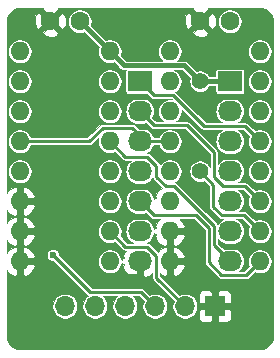
<source format=gbl>
%TF.GenerationSoftware,KiCad,Pcbnew,5.1.6*%
%TF.CreationDate,2020-10-07T16:50:06+02:00*%
%TF.ProjectId,potmux,706f746d-7578-42e6-9b69-6361645f7063,2*%
%TF.SameCoordinates,Original*%
%TF.FileFunction,Copper,L2,Bot*%
%TF.FilePolarity,Positive*%
%FSLAX46Y46*%
G04 Gerber Fmt 4.6, Leading zero omitted, Abs format (unit mm)*
G04 Created by KiCad (PCBNEW 5.1.6) date 2020-10-07 16:50:06*
%MOMM*%
%LPD*%
G01*
G04 APERTURE LIST*
%TA.AperFunction,ComponentPad*%
%ADD10R,2.032000X1.727200*%
%TD*%
%TA.AperFunction,ComponentPad*%
%ADD11O,2.032000X1.727200*%
%TD*%
%TA.AperFunction,ComponentPad*%
%ADD12C,1.397000*%
%TD*%
%TA.AperFunction,ComponentPad*%
%ADD13R,1.700000X1.700000*%
%TD*%
%TA.AperFunction,ComponentPad*%
%ADD14O,1.700000X1.700000*%
%TD*%
%TA.AperFunction,ComponentPad*%
%ADD15O,1.600000X1.600000*%
%TD*%
%TA.AperFunction,ComponentPad*%
%ADD16C,1.600000*%
%TD*%
%TA.AperFunction,ViaPad*%
%ADD17C,0.600000*%
%TD*%
%TA.AperFunction,Conductor*%
%ADD18C,0.381000*%
%TD*%
%TA.AperFunction,Conductor*%
%ADD19C,0.250000*%
%TD*%
%TA.AperFunction,Conductor*%
%ADD20C,0.025400*%
%TD*%
G04 APERTURE END LIST*
D10*
%TO.P,P1,1*%
%TO.N,/POTBX*%
X142240000Y-96520000D03*
D11*
%TO.P,P1,2*%
%TO.N,/POTX*%
X142240000Y-99060000D03*
%TO.P,P1,3*%
%TO.N,/POTY*%
X142240000Y-101600000D03*
%TO.P,P1,4*%
%TO.N,/POTBY*%
X142240000Y-104140000D03*
%TO.P,P1,5*%
%TO.N,/PA7*%
X142240000Y-106680000D03*
%TO.P,P1,6*%
%TO.N,/PA6*%
X142240000Y-109220000D03*
%TO.P,P1,7*%
%TO.N,GND*%
X142240000Y-111760000D03*
%TD*%
D10*
%TO.P,P3,1*%
%TO.N,VCC*%
X149860000Y-96520000D03*
D11*
%TO.P,P3,2*%
%TO.N,Net-(P3-Pad2)*%
X149860000Y-99060000D03*
%TO.P,P3,3*%
%TO.N,Net-(P3-Pad3)*%
X149860000Y-101600000D03*
%TO.P,P3,4*%
%TO.N,/POTAY*%
X149860000Y-104140000D03*
%TO.P,P3,5*%
%TO.N,Net-(P3-Pad5)*%
X149860000Y-106680000D03*
%TO.P,P3,6*%
%TO.N,Net-(P3-Pad6)*%
X149860000Y-109220000D03*
%TO.P,P3,7*%
%TO.N,/POTAX*%
X149860000Y-111760000D03*
%TD*%
D12*
%TO.P,R1,1*%
%TO.N,VCC*%
X147320000Y-96520000D03*
%TO.P,R1,2*%
%TO.N,/~EN*%
X147320000Y-104140000D03*
%TD*%
D13*
%TO.P,P4,1*%
%TO.N,GND*%
X148590000Y-115570000D03*
D14*
%TO.P,P4,2*%
%TO.N,/~EN*%
X146050000Y-115570000D03*
%TO.P,P4,3*%
%TO.N,/B2*%
X143510000Y-115570000D03*
%TO.P,P4,4*%
%TO.N,/B1*%
X140970000Y-115570000D03*
%TO.P,P4,5*%
%TO.N,/A2*%
X138430000Y-115570000D03*
%TO.P,P4,6*%
%TO.N,/A1*%
X135890000Y-115570000D03*
%TD*%
D15*
%TO.P,U2,1*%
%TO.N,/B2*%
X144780000Y-93980000D03*
%TO.P,U2,2*%
X144780000Y-96520000D03*
%TO.P,U2,3*%
%TO.N,/POTBY*%
X144780000Y-99060000D03*
%TO.P,U2,4*%
%TO.N,/POTY*%
X144780000Y-101600000D03*
%TO.P,U2,5*%
%TO.N,Net-(U2-Pad5)*%
X144780000Y-104140000D03*
%TO.P,U2,6*%
%TO.N,GND*%
X144780000Y-106680000D03*
%TO.P,U2,7*%
X144780000Y-109220000D03*
%TO.P,U2,8*%
X144780000Y-111760000D03*
%TO.P,U2,9*%
%TO.N,/PA7*%
X152400000Y-111760000D03*
%TO.P,U2,10*%
%TO.N,/~EN*%
X152400000Y-109220000D03*
%TO.P,U2,11*%
%TO.N,/POTX*%
X152400000Y-106680000D03*
%TO.P,U2,12*%
%TO.N,/B1*%
X152400000Y-104140000D03*
%TO.P,U2,13*%
%TO.N,/POTBX*%
X152400000Y-101600000D03*
%TO.P,U2,14*%
%TO.N,Net-(U2-Pad14)*%
X152400000Y-99060000D03*
%TO.P,U2,15*%
%TO.N,/B1*%
X152400000Y-96520000D03*
%TO.P,U2,16*%
%TO.N,VCC*%
X152400000Y-93980000D03*
%TD*%
%TO.P,U1,1*%
%TO.N,/A2*%
X132080000Y-93980000D03*
%TO.P,U1,2*%
X132080000Y-96520000D03*
%TO.P,U1,3*%
%TO.N,/POTAY*%
X132080000Y-99060000D03*
%TO.P,U1,4*%
%TO.N,/POTY*%
X132080000Y-101600000D03*
%TO.P,U1,5*%
%TO.N,Net-(U1-Pad5)*%
X132080000Y-104140000D03*
%TO.P,U1,6*%
%TO.N,GND*%
X132080000Y-106680000D03*
%TO.P,U1,7*%
X132080000Y-109220000D03*
%TO.P,U1,8*%
X132080000Y-111760000D03*
%TO.P,U1,9*%
%TO.N,/PA6*%
X139700000Y-111760000D03*
%TO.P,U1,10*%
%TO.N,/~EN*%
X139700000Y-109220000D03*
%TO.P,U1,11*%
%TO.N,/POTX*%
X139700000Y-106680000D03*
%TO.P,U1,12*%
%TO.N,/A1*%
X139700000Y-104140000D03*
%TO.P,U1,13*%
%TO.N,/POTAX*%
X139700000Y-101600000D03*
%TO.P,U1,14*%
%TO.N,Net-(U1-Pad14)*%
X139700000Y-99060000D03*
%TO.P,U1,15*%
%TO.N,/A1*%
X139700000Y-96520000D03*
%TO.P,U1,16*%
%TO.N,VCC*%
X139700000Y-93980000D03*
%TD*%
D16*
%TO.P,C1,1*%
%TO.N,VCC*%
X137160000Y-91440000D03*
%TO.P,C1,2*%
%TO.N,GND*%
X134660000Y-91440000D03*
%TD*%
%TO.P,C2,1*%
%TO.N,VCC*%
X149860000Y-91440000D03*
%TO.P,C2,2*%
%TO.N,GND*%
X147360000Y-91440000D03*
%TD*%
D17*
%TO.N,/B2*%
X134867800Y-111234500D03*
%TD*%
D18*
%TO.N,VCC*%
X137160000Y-91440000D02*
X139700000Y-93980000D01*
X143510000Y-95170800D02*
X140890800Y-95170800D01*
X140890800Y-95170800D02*
X139700000Y-93980000D01*
X149860000Y-96520000D02*
X148453200Y-96520000D01*
X145970800Y-95170800D02*
X147320000Y-96520000D01*
X143510000Y-95170800D02*
X145970800Y-95170800D01*
X147320000Y-96520000D02*
X148453200Y-96520000D01*
%TO.N,GND*%
X142240000Y-111760000D02*
X142240000Y-113030000D01*
X135890000Y-110490000D02*
X135890000Y-110543700D01*
X135943700Y-110543700D02*
X135890000Y-110490000D01*
X138430000Y-113030000D02*
X135943700Y-110543700D01*
X142240000Y-113030000D02*
X138430000Y-113030000D01*
X132080000Y-111760000D02*
X133270800Y-111760000D01*
X135890000Y-110543700D02*
X134487100Y-110543700D01*
X134487100Y-110543700D02*
X133270800Y-111760000D01*
X148540000Y-114329200D02*
X145970800Y-111760000D01*
X148590000Y-114329200D02*
X148540000Y-114329200D01*
X148590000Y-115570000D02*
X148590000Y-114329200D01*
X144780000Y-111760000D02*
X145970800Y-111760000D01*
X142240000Y-111760000D02*
X141608400Y-111760000D01*
D19*
%TO.N,/POTBX*%
X144780000Y-97708900D02*
X143428900Y-97708900D01*
X143428900Y-97708900D02*
X142240000Y-96520000D01*
X149860000Y-100330000D02*
X151130000Y-100330000D01*
X151130000Y-100330000D02*
X152400000Y-101600000D01*
X145053300Y-97708900D02*
X144780000Y-97708900D01*
X147674400Y-100330000D02*
X145053300Y-97708900D01*
X149860000Y-100330000D02*
X147674400Y-100330000D01*
%TO.N,/POTX*%
X144780000Y-100248900D02*
X146222900Y-100248900D01*
X148478100Y-102504100D02*
X148478100Y-103670000D01*
X146222900Y-100248900D02*
X148478100Y-102504100D01*
X149860000Y-105410000D02*
X151130000Y-105410000D01*
X148478100Y-103670000D02*
X148478100Y-104648800D01*
X148478100Y-104648800D02*
X149239300Y-105410000D01*
X149239300Y-105410000D02*
X149860000Y-105410000D01*
X151130000Y-105410000D02*
X152400000Y-106680000D01*
X144780000Y-100248900D02*
X143428900Y-100248900D01*
X143428900Y-100248900D02*
X142240000Y-99060000D01*
%TO.N,/POTY*%
X132080000Y-101600000D02*
X137922000Y-101600000D01*
X137922000Y-101600000D02*
X139079600Y-100442400D01*
X144780000Y-101600000D02*
X142240000Y-101600000D01*
X142240000Y-101600000D02*
X142240000Y-101077500D01*
X141604900Y-100442400D02*
X142240000Y-101077500D01*
X139079600Y-100442400D02*
X141604900Y-100442400D01*
%TO.N,/PA7*%
X143510000Y-107868900D02*
X146984202Y-107868900D01*
X148058998Y-111859998D02*
X149149900Y-112950900D01*
X148058998Y-108943696D02*
X148058998Y-111859998D01*
X146984202Y-107868900D02*
X148058998Y-108943696D01*
X143510000Y-107868900D02*
X143428900Y-107868900D01*
X143428900Y-107868900D02*
X142240000Y-106680000D01*
X149860000Y-112950900D02*
X151209100Y-112950900D01*
X151209100Y-112950900D02*
X152400000Y-111760000D01*
X149860000Y-112950900D02*
X149149900Y-112950900D01*
%TO.N,/B2*%
X140970000Y-114394700D02*
X142334700Y-114394700D01*
X142334700Y-114394700D02*
X143510000Y-115570000D01*
X138028000Y-114394700D02*
X140970000Y-114394700D01*
X134867800Y-111234500D02*
X138028000Y-114394700D01*
%TO.N,/~EN*%
X149987000Y-107876600D02*
X149151600Y-107876600D01*
X148463000Y-105283000D02*
X147320000Y-104140000D01*
X148463000Y-107188000D02*
X148463000Y-105283000D01*
X149151600Y-107876600D02*
X148463000Y-107188000D01*
X149987000Y-107876600D02*
X151056600Y-107876600D01*
X151056600Y-107876600D02*
X152400000Y-109220000D01*
X143631100Y-111760000D02*
X143631100Y-113151100D01*
X143631100Y-113151100D02*
X146050000Y-115570000D01*
X142240000Y-110526600D02*
X141006600Y-110526600D01*
X141006600Y-110526600D02*
X139700000Y-109220000D01*
X142240000Y-110526600D02*
X142846800Y-110526600D01*
X142846800Y-110526600D02*
X143631100Y-111310900D01*
X143631100Y-111310900D02*
X143631100Y-111760000D01*
%TO.N,/POTAX*%
X142240000Y-102906600D02*
X141006600Y-102906600D01*
X141006600Y-102906600D02*
X139700000Y-101600000D01*
X148509000Y-109220000D02*
X148509000Y-110409000D01*
X148509000Y-110409000D02*
X149860000Y-111760000D01*
X148509000Y-108757300D02*
X148509000Y-109220000D01*
X145161700Y-105410000D02*
X148509000Y-108757300D01*
X144418100Y-105410000D02*
X145161700Y-105410000D01*
X143631100Y-104623000D02*
X144418100Y-105410000D01*
X143631100Y-103690900D02*
X143631100Y-104623000D01*
X142846800Y-102906600D02*
X143631100Y-103690900D01*
X142240000Y-102906600D02*
X142846800Y-102906600D01*
%TD*%
D20*
%TO.N,GND*%
G36*
X134001656Y-90440406D02*
G01*
X134660000Y-91098750D01*
X135318344Y-90440406D01*
X135271800Y-90333900D01*
X146748200Y-90333900D01*
X146701656Y-90440406D01*
X147360000Y-91098750D01*
X148018344Y-90440406D01*
X147971800Y-90333900D01*
X152391981Y-90333900D01*
X152614689Y-90355737D01*
X152821206Y-90418088D01*
X153011670Y-90519360D01*
X153178841Y-90655701D01*
X153316345Y-90821914D01*
X153418948Y-91011674D01*
X153482739Y-91217747D01*
X153506099Y-91440008D01*
X153506101Y-91440573D01*
X153506100Y-118101981D01*
X153484263Y-118324689D01*
X153421912Y-118531206D01*
X153320641Y-118721670D01*
X153184299Y-118888841D01*
X153018083Y-119026348D01*
X152828324Y-119128949D01*
X152622253Y-119192739D01*
X152399992Y-119216099D01*
X152399713Y-119216100D01*
X132088019Y-119216100D01*
X131865311Y-119194263D01*
X131658794Y-119131912D01*
X131468330Y-119030641D01*
X131301159Y-118894299D01*
X131163652Y-118728083D01*
X131061051Y-118538324D01*
X130997261Y-118332253D01*
X130973901Y-118109992D01*
X130973900Y-118109713D01*
X130973900Y-115465333D01*
X134827300Y-115465333D01*
X134827300Y-115674667D01*
X134868139Y-115879978D01*
X134948247Y-116073377D01*
X135064547Y-116247432D01*
X135212568Y-116395453D01*
X135386623Y-116511753D01*
X135580022Y-116591861D01*
X135785333Y-116632700D01*
X135994667Y-116632700D01*
X136199978Y-116591861D01*
X136393377Y-116511753D01*
X136567432Y-116395453D01*
X136715453Y-116247432D01*
X136831753Y-116073377D01*
X136911861Y-115879978D01*
X136952700Y-115674667D01*
X136952700Y-115465333D01*
X136911861Y-115260022D01*
X136831753Y-115066623D01*
X136715453Y-114892568D01*
X136567432Y-114744547D01*
X136393377Y-114628247D01*
X136199978Y-114548139D01*
X135994667Y-114507300D01*
X135785333Y-114507300D01*
X135580022Y-114548139D01*
X135386623Y-114628247D01*
X135212568Y-114744547D01*
X135064547Y-114892568D01*
X134948247Y-115066623D01*
X134868139Y-115260022D01*
X134827300Y-115465333D01*
X130973900Y-115465333D01*
X130973900Y-112470960D01*
X131021400Y-112549709D01*
X131195805Y-112741058D01*
X131404189Y-112894705D01*
X131638544Y-113004746D01*
X131838700Y-112928305D01*
X131838700Y-112001300D01*
X132321300Y-112001300D01*
X132321300Y-112928305D01*
X132521456Y-113004746D01*
X132755811Y-112894705D01*
X132964195Y-112741058D01*
X133138600Y-112549709D01*
X133272324Y-112328012D01*
X133324735Y-112201454D01*
X133245815Y-112001300D01*
X132321300Y-112001300D01*
X131838700Y-112001300D01*
X131818700Y-112001300D01*
X131818700Y-111518700D01*
X131838700Y-111518700D01*
X131838700Y-110591695D01*
X132321300Y-110591695D01*
X132321300Y-111518700D01*
X133245815Y-111518700D01*
X133324735Y-111318546D01*
X133272324Y-111191988D01*
X133267508Y-111184003D01*
X134355100Y-111184003D01*
X134355100Y-111284997D01*
X134374803Y-111384049D01*
X134413451Y-111477355D01*
X134469560Y-111561327D01*
X134540973Y-111632740D01*
X134624945Y-111688849D01*
X134718251Y-111727497D01*
X134817303Y-111747200D01*
X134902921Y-111747200D01*
X137777484Y-114621764D01*
X137788055Y-114634645D01*
X137800934Y-114645214D01*
X137839477Y-114676845D01*
X137847485Y-114681125D01*
X137752568Y-114744547D01*
X137604547Y-114892568D01*
X137488247Y-115066623D01*
X137408139Y-115260022D01*
X137367300Y-115465333D01*
X137367300Y-115674667D01*
X137408139Y-115879978D01*
X137488247Y-116073377D01*
X137604547Y-116247432D01*
X137752568Y-116395453D01*
X137926623Y-116511753D01*
X138120022Y-116591861D01*
X138325333Y-116632700D01*
X138534667Y-116632700D01*
X138739978Y-116591861D01*
X138933377Y-116511753D01*
X139107432Y-116395453D01*
X139255453Y-116247432D01*
X139371753Y-116073377D01*
X139451861Y-115879978D01*
X139492700Y-115674667D01*
X139492700Y-115465333D01*
X139451861Y-115260022D01*
X139371753Y-115066623D01*
X139255453Y-114892568D01*
X139107432Y-114744547D01*
X139089253Y-114732400D01*
X140310747Y-114732400D01*
X140292568Y-114744547D01*
X140144547Y-114892568D01*
X140028247Y-115066623D01*
X139948139Y-115260022D01*
X139907300Y-115465333D01*
X139907300Y-115674667D01*
X139948139Y-115879978D01*
X140028247Y-116073377D01*
X140144547Y-116247432D01*
X140292568Y-116395453D01*
X140466623Y-116511753D01*
X140660022Y-116591861D01*
X140865333Y-116632700D01*
X141074667Y-116632700D01*
X141279978Y-116591861D01*
X141473377Y-116511753D01*
X141647432Y-116395453D01*
X141795453Y-116247432D01*
X141911753Y-116073377D01*
X141991861Y-115879978D01*
X142032700Y-115674667D01*
X142032700Y-115465333D01*
X141991861Y-115260022D01*
X141911753Y-115066623D01*
X141795453Y-114892568D01*
X141647432Y-114744547D01*
X141629253Y-114732400D01*
X142194821Y-114732400D01*
X142556765Y-115094344D01*
X142488139Y-115260022D01*
X142447300Y-115465333D01*
X142447300Y-115674667D01*
X142488139Y-115879978D01*
X142568247Y-116073377D01*
X142684547Y-116247432D01*
X142832568Y-116395453D01*
X143006623Y-116511753D01*
X143200022Y-116591861D01*
X143405333Y-116632700D01*
X143614667Y-116632700D01*
X143819978Y-116591861D01*
X144013377Y-116511753D01*
X144187432Y-116395453D01*
X144335453Y-116247432D01*
X144451753Y-116073377D01*
X144531861Y-115879978D01*
X144572700Y-115674667D01*
X144572700Y-115465333D01*
X144531861Y-115260022D01*
X144451753Y-115066623D01*
X144335453Y-114892568D01*
X144187432Y-114744547D01*
X144013377Y-114628247D01*
X143819978Y-114548139D01*
X143614667Y-114507300D01*
X143405333Y-114507300D01*
X143200022Y-114548139D01*
X143034344Y-114616765D01*
X142585220Y-114167641D01*
X142574645Y-114154755D01*
X142523223Y-114112555D01*
X142464557Y-114081197D01*
X142400901Y-114061887D01*
X142351281Y-114057000D01*
X142351278Y-114057000D01*
X142334700Y-114055367D01*
X142318122Y-114057000D01*
X138167880Y-114057000D01*
X135380500Y-111269621D01*
X135380500Y-111184003D01*
X135360797Y-111084951D01*
X135322149Y-110991645D01*
X135266040Y-110907673D01*
X135194627Y-110836260D01*
X135110655Y-110780151D01*
X135017349Y-110741503D01*
X134918297Y-110721800D01*
X134817303Y-110721800D01*
X134718251Y-110741503D01*
X134624945Y-110780151D01*
X134540973Y-110836260D01*
X134469560Y-110907673D01*
X134413451Y-110991645D01*
X134374803Y-111084951D01*
X134355100Y-111184003D01*
X133267508Y-111184003D01*
X133138600Y-110970291D01*
X132964195Y-110778942D01*
X132755811Y-110625295D01*
X132521456Y-110515254D01*
X132321300Y-110591695D01*
X131838700Y-110591695D01*
X131638544Y-110515254D01*
X131404189Y-110625295D01*
X131195805Y-110778942D01*
X131021400Y-110970291D01*
X130973900Y-111049040D01*
X130973900Y-109930960D01*
X131021400Y-110009709D01*
X131195805Y-110201058D01*
X131404189Y-110354705D01*
X131638544Y-110464746D01*
X131838700Y-110388305D01*
X131838700Y-109461300D01*
X132321300Y-109461300D01*
X132321300Y-110388305D01*
X132521456Y-110464746D01*
X132755811Y-110354705D01*
X132964195Y-110201058D01*
X133138600Y-110009709D01*
X133272324Y-109788012D01*
X133324735Y-109661454D01*
X133245815Y-109461300D01*
X132321300Y-109461300D01*
X131838700Y-109461300D01*
X131818700Y-109461300D01*
X131818700Y-108978700D01*
X131838700Y-108978700D01*
X131838700Y-108051695D01*
X132321300Y-108051695D01*
X132321300Y-108978700D01*
X133245815Y-108978700D01*
X133324735Y-108778546D01*
X133272324Y-108651988D01*
X133138600Y-108430291D01*
X132964195Y-108238942D01*
X132755811Y-108085295D01*
X132521456Y-107975254D01*
X132321300Y-108051695D01*
X131838700Y-108051695D01*
X131638544Y-107975254D01*
X131404189Y-108085295D01*
X131195805Y-108238942D01*
X131021400Y-108430291D01*
X130973900Y-108509040D01*
X130973900Y-107390960D01*
X131021400Y-107469709D01*
X131195805Y-107661058D01*
X131404189Y-107814705D01*
X131638544Y-107924746D01*
X131838700Y-107848305D01*
X131838700Y-106921300D01*
X132321300Y-106921300D01*
X132321300Y-107848305D01*
X132521456Y-107924746D01*
X132755811Y-107814705D01*
X132964195Y-107661058D01*
X133138600Y-107469709D01*
X133272324Y-107248012D01*
X133324735Y-107121454D01*
X133245815Y-106921300D01*
X132321300Y-106921300D01*
X131838700Y-106921300D01*
X131818700Y-106921300D01*
X131818700Y-106580258D01*
X138687300Y-106580258D01*
X138687300Y-106779742D01*
X138726218Y-106975394D01*
X138802557Y-107159693D01*
X138913385Y-107325559D01*
X139054441Y-107466615D01*
X139220307Y-107577443D01*
X139404606Y-107653782D01*
X139600258Y-107692700D01*
X139799742Y-107692700D01*
X139995394Y-107653782D01*
X140179693Y-107577443D01*
X140345559Y-107466615D01*
X140486615Y-107325559D01*
X140597443Y-107159693D01*
X140673782Y-106975394D01*
X140712700Y-106779742D01*
X140712700Y-106580258D01*
X140673782Y-106384606D01*
X140597443Y-106200307D01*
X140486615Y-106034441D01*
X140345559Y-105893385D01*
X140179693Y-105782557D01*
X139995394Y-105706218D01*
X139799742Y-105667300D01*
X139600258Y-105667300D01*
X139404606Y-105706218D01*
X139220307Y-105782557D01*
X139054441Y-105893385D01*
X138913385Y-106034441D01*
X138802557Y-106200307D01*
X138726218Y-106384606D01*
X138687300Y-106580258D01*
X131818700Y-106580258D01*
X131818700Y-106438700D01*
X131838700Y-106438700D01*
X131838700Y-105511695D01*
X132321300Y-105511695D01*
X132321300Y-106438700D01*
X133245815Y-106438700D01*
X133324735Y-106238546D01*
X133272324Y-106111988D01*
X133138600Y-105890291D01*
X132964195Y-105698942D01*
X132755811Y-105545295D01*
X132521456Y-105435254D01*
X132321300Y-105511695D01*
X131838700Y-105511695D01*
X131638544Y-105435254D01*
X131404189Y-105545295D01*
X131195805Y-105698942D01*
X131021400Y-105890291D01*
X130973900Y-105969040D01*
X130973900Y-104040258D01*
X131067300Y-104040258D01*
X131067300Y-104239742D01*
X131106218Y-104435394D01*
X131182557Y-104619693D01*
X131293385Y-104785559D01*
X131434441Y-104926615D01*
X131600307Y-105037443D01*
X131784606Y-105113782D01*
X131980258Y-105152700D01*
X132179742Y-105152700D01*
X132375394Y-105113782D01*
X132559693Y-105037443D01*
X132725559Y-104926615D01*
X132866615Y-104785559D01*
X132977443Y-104619693D01*
X133053782Y-104435394D01*
X133092700Y-104239742D01*
X133092700Y-104040258D01*
X138687300Y-104040258D01*
X138687300Y-104239742D01*
X138726218Y-104435394D01*
X138802557Y-104619693D01*
X138913385Y-104785559D01*
X139054441Y-104926615D01*
X139220307Y-105037443D01*
X139404606Y-105113782D01*
X139600258Y-105152700D01*
X139799742Y-105152700D01*
X139995394Y-105113782D01*
X140179693Y-105037443D01*
X140345559Y-104926615D01*
X140486615Y-104785559D01*
X140597443Y-104619693D01*
X140673782Y-104435394D01*
X140712700Y-104239742D01*
X140712700Y-104040258D01*
X140673782Y-103844606D01*
X140597443Y-103660307D01*
X140486615Y-103494441D01*
X140345559Y-103353385D01*
X140179693Y-103242557D01*
X139995394Y-103166218D01*
X139799742Y-103127300D01*
X139600258Y-103127300D01*
X139404606Y-103166218D01*
X139220307Y-103242557D01*
X139054441Y-103353385D01*
X138913385Y-103494441D01*
X138802557Y-103660307D01*
X138726218Y-103844606D01*
X138687300Y-104040258D01*
X133092700Y-104040258D01*
X133053782Y-103844606D01*
X132977443Y-103660307D01*
X132866615Y-103494441D01*
X132725559Y-103353385D01*
X132559693Y-103242557D01*
X132375394Y-103166218D01*
X132179742Y-103127300D01*
X131980258Y-103127300D01*
X131784606Y-103166218D01*
X131600307Y-103242557D01*
X131434441Y-103353385D01*
X131293385Y-103494441D01*
X131182557Y-103660307D01*
X131106218Y-103844606D01*
X131067300Y-104040258D01*
X130973900Y-104040258D01*
X130973900Y-101500258D01*
X131067300Y-101500258D01*
X131067300Y-101699742D01*
X131106218Y-101895394D01*
X131182557Y-102079693D01*
X131293385Y-102245559D01*
X131434441Y-102386615D01*
X131600307Y-102497443D01*
X131784606Y-102573782D01*
X131980258Y-102612700D01*
X132179742Y-102612700D01*
X132375394Y-102573782D01*
X132559693Y-102497443D01*
X132725559Y-102386615D01*
X132866615Y-102245559D01*
X132977443Y-102079693D01*
X133036258Y-101937700D01*
X137905422Y-101937700D01*
X137922000Y-101939333D01*
X137938578Y-101937700D01*
X137938581Y-101937700D01*
X137988201Y-101932813D01*
X138051857Y-101913503D01*
X138110523Y-101882145D01*
X138161945Y-101839945D01*
X138172520Y-101827059D01*
X138748311Y-101251268D01*
X138726218Y-101304606D01*
X138687300Y-101500258D01*
X138687300Y-101699742D01*
X138726218Y-101895394D01*
X138802557Y-102079693D01*
X138913385Y-102245559D01*
X139054441Y-102386615D01*
X139220307Y-102497443D01*
X139404606Y-102573782D01*
X139600258Y-102612700D01*
X139799742Y-102612700D01*
X139995394Y-102573782D01*
X140137387Y-102514967D01*
X140756084Y-103133664D01*
X140766655Y-103146545D01*
X140779534Y-103157114D01*
X140818076Y-103188745D01*
X140849434Y-103205506D01*
X140876743Y-103220103D01*
X140940399Y-103239413D01*
X140990019Y-103244300D01*
X140990021Y-103244300D01*
X141006599Y-103245933D01*
X141023177Y-103244300D01*
X141482433Y-103244300D01*
X141322859Y-103375259D01*
X141188360Y-103539147D01*
X141088418Y-103726125D01*
X141026874Y-103929008D01*
X141006093Y-104140000D01*
X141026874Y-104350992D01*
X141088418Y-104553875D01*
X141188360Y-104740853D01*
X141322859Y-104904741D01*
X141486747Y-105039240D01*
X141673725Y-105139182D01*
X141876608Y-105200726D01*
X142034733Y-105216300D01*
X142445267Y-105216300D01*
X142603392Y-105200726D01*
X142806275Y-105139182D01*
X142993253Y-105039240D01*
X143157141Y-104904741D01*
X143291640Y-104740853D01*
X143305877Y-104714218D01*
X143307891Y-104720856D01*
X143317598Y-104752857D01*
X143348955Y-104811523D01*
X143370129Y-104837323D01*
X143391156Y-104862945D01*
X143404036Y-104873515D01*
X144087857Y-105557337D01*
X143895805Y-105698942D01*
X143721400Y-105890291D01*
X143587676Y-106111988D01*
X143535265Y-106238546D01*
X143614184Y-106438698D01*
X143459300Y-106438698D01*
X143459300Y-106531693D01*
X143453126Y-106469008D01*
X143391582Y-106266125D01*
X143291640Y-106079147D01*
X143157141Y-105915259D01*
X142993253Y-105780760D01*
X142806275Y-105680818D01*
X142603392Y-105619274D01*
X142445267Y-105603700D01*
X142034733Y-105603700D01*
X141876608Y-105619274D01*
X141673725Y-105680818D01*
X141486747Y-105780760D01*
X141322859Y-105915259D01*
X141188360Y-106079147D01*
X141088418Y-106266125D01*
X141026874Y-106469008D01*
X141006093Y-106680000D01*
X141026874Y-106890992D01*
X141088418Y-107093875D01*
X141188360Y-107280853D01*
X141322859Y-107444741D01*
X141486747Y-107579240D01*
X141673725Y-107679182D01*
X141876608Y-107740726D01*
X142034733Y-107756300D01*
X142445267Y-107756300D01*
X142603392Y-107740726D01*
X142772000Y-107689579D01*
X143178384Y-108095964D01*
X143188955Y-108108845D01*
X143240377Y-108151045D01*
X143299043Y-108182403D01*
X143362699Y-108201713D01*
X143412319Y-108206600D01*
X143412322Y-108206600D01*
X143428900Y-108208233D01*
X143445478Y-108206600D01*
X143939669Y-108206600D01*
X143895805Y-108238942D01*
X143721400Y-108430291D01*
X143587676Y-108651988D01*
X143535265Y-108778546D01*
X143614184Y-108978698D01*
X143459300Y-108978698D01*
X143459300Y-109071693D01*
X143453126Y-109009008D01*
X143391582Y-108806125D01*
X143291640Y-108619147D01*
X143157141Y-108455259D01*
X142993253Y-108320760D01*
X142806275Y-108220818D01*
X142603392Y-108159274D01*
X142445267Y-108143700D01*
X142034733Y-108143700D01*
X141876608Y-108159274D01*
X141673725Y-108220818D01*
X141486747Y-108320760D01*
X141322859Y-108455259D01*
X141188360Y-108619147D01*
X141088418Y-108806125D01*
X141026874Y-109009008D01*
X141006093Y-109220000D01*
X141026874Y-109430992D01*
X141088418Y-109633875D01*
X141188360Y-109820853D01*
X141322859Y-109984741D01*
X141486747Y-110119240D01*
X141617071Y-110188900D01*
X141146480Y-110188900D01*
X140614967Y-109657387D01*
X140673782Y-109515394D01*
X140712700Y-109319742D01*
X140712700Y-109120258D01*
X140673782Y-108924606D01*
X140597443Y-108740307D01*
X140486615Y-108574441D01*
X140345559Y-108433385D01*
X140179693Y-108322557D01*
X139995394Y-108246218D01*
X139799742Y-108207300D01*
X139600258Y-108207300D01*
X139404606Y-108246218D01*
X139220307Y-108322557D01*
X139054441Y-108433385D01*
X138913385Y-108574441D01*
X138802557Y-108740307D01*
X138726218Y-108924606D01*
X138687300Y-109120258D01*
X138687300Y-109319742D01*
X138726218Y-109515394D01*
X138802557Y-109699693D01*
X138913385Y-109865559D01*
X139054441Y-110006615D01*
X139220307Y-110117443D01*
X139404606Y-110193782D01*
X139600258Y-110232700D01*
X139799742Y-110232700D01*
X139995394Y-110193782D01*
X140137387Y-110134967D01*
X140756084Y-110753664D01*
X140766655Y-110766545D01*
X140789482Y-110785278D01*
X140818076Y-110808745D01*
X140849434Y-110825506D01*
X140876743Y-110840103D01*
X140940399Y-110859413D01*
X140990019Y-110864300D01*
X140990021Y-110864300D01*
X141006599Y-110865933D01*
X141023177Y-110864300D01*
X141045239Y-110864300D01*
X140921706Y-111022815D01*
X140800291Y-111264434D01*
X140779023Y-111308434D01*
X140856907Y-111518698D01*
X140703300Y-111518698D01*
X140703300Y-111613001D01*
X140673782Y-111464606D01*
X140597443Y-111280307D01*
X140486615Y-111114441D01*
X140345559Y-110973385D01*
X140179693Y-110862557D01*
X139995394Y-110786218D01*
X139799742Y-110747300D01*
X139600258Y-110747300D01*
X139404606Y-110786218D01*
X139220307Y-110862557D01*
X139054441Y-110973385D01*
X138913385Y-111114441D01*
X138802557Y-111280307D01*
X138726218Y-111464606D01*
X138687300Y-111660258D01*
X138687300Y-111859742D01*
X138726218Y-112055394D01*
X138802557Y-112239693D01*
X138913385Y-112405559D01*
X139054441Y-112546615D01*
X139220307Y-112657443D01*
X139404606Y-112733782D01*
X139600258Y-112772700D01*
X139799742Y-112772700D01*
X139995394Y-112733782D01*
X140179693Y-112657443D01*
X140345559Y-112546615D01*
X140486615Y-112405559D01*
X140597443Y-112239693D01*
X140673782Y-112055394D01*
X140703300Y-111906999D01*
X140703300Y-112001302D01*
X140856907Y-112001302D01*
X140779023Y-112211566D01*
X140800291Y-112255566D01*
X140921706Y-112497185D01*
X141087926Y-112710475D01*
X141292563Y-112887239D01*
X141527753Y-113020683D01*
X141784457Y-113105680D01*
X141998700Y-113006359D01*
X141998700Y-112001300D01*
X141978700Y-112001300D01*
X141978700Y-111518700D01*
X141998700Y-111518700D01*
X141998700Y-111498700D01*
X142481300Y-111498700D01*
X142481300Y-111518700D01*
X142501300Y-111518700D01*
X142501300Y-112001300D01*
X142481300Y-112001300D01*
X142481300Y-113006359D01*
X142695543Y-113105680D01*
X142952247Y-113020683D01*
X143187437Y-112887239D01*
X143293401Y-112795708D01*
X143293401Y-113134512D01*
X143291767Y-113151100D01*
X143298288Y-113217300D01*
X143317598Y-113280957D01*
X143348955Y-113339623D01*
X143377550Y-113374465D01*
X143391156Y-113391045D01*
X143404037Y-113401616D01*
X145096765Y-115094344D01*
X145028139Y-115260022D01*
X144987300Y-115465333D01*
X144987300Y-115674667D01*
X145028139Y-115879978D01*
X145108247Y-116073377D01*
X145224547Y-116247432D01*
X145372568Y-116395453D01*
X145546623Y-116511753D01*
X145740022Y-116591861D01*
X145945333Y-116632700D01*
X146154667Y-116632700D01*
X146359978Y-116591861D01*
X146553377Y-116511753D01*
X146690694Y-116420000D01*
X147216781Y-116420000D01*
X147226835Y-116522075D01*
X147256609Y-116620227D01*
X147304959Y-116710685D01*
X147370028Y-116789972D01*
X147449315Y-116855041D01*
X147539773Y-116903391D01*
X147637925Y-116933165D01*
X147740000Y-116943219D01*
X148218525Y-116940700D01*
X148348700Y-116810525D01*
X148348700Y-115811300D01*
X148831300Y-115811300D01*
X148831300Y-116810525D01*
X148961475Y-116940700D01*
X149440000Y-116943219D01*
X149542075Y-116933165D01*
X149640227Y-116903391D01*
X149730685Y-116855041D01*
X149809972Y-116789972D01*
X149875041Y-116710685D01*
X149923391Y-116620227D01*
X149953165Y-116522075D01*
X149963219Y-116420000D01*
X149960700Y-115941475D01*
X149830525Y-115811300D01*
X148831300Y-115811300D01*
X148348700Y-115811300D01*
X147349475Y-115811300D01*
X147219300Y-115941475D01*
X147216781Y-116420000D01*
X146690694Y-116420000D01*
X146727432Y-116395453D01*
X146875453Y-116247432D01*
X146991753Y-116073377D01*
X147071861Y-115879978D01*
X147112700Y-115674667D01*
X147112700Y-115465333D01*
X147071861Y-115260022D01*
X146991753Y-115066623D01*
X146875453Y-114892568D01*
X146727432Y-114744547D01*
X146690695Y-114720000D01*
X147216781Y-114720000D01*
X147219300Y-115198525D01*
X147349475Y-115328700D01*
X148348700Y-115328700D01*
X148348700Y-114329475D01*
X148831300Y-114329475D01*
X148831300Y-115328700D01*
X149830525Y-115328700D01*
X149960700Y-115198525D01*
X149963219Y-114720000D01*
X149953165Y-114617925D01*
X149923391Y-114519773D01*
X149875041Y-114429315D01*
X149809972Y-114350028D01*
X149730685Y-114284959D01*
X149640227Y-114236609D01*
X149542075Y-114206835D01*
X149440000Y-114196781D01*
X148961475Y-114199300D01*
X148831300Y-114329475D01*
X148348700Y-114329475D01*
X148218525Y-114199300D01*
X147740000Y-114196781D01*
X147637925Y-114206835D01*
X147539773Y-114236609D01*
X147449315Y-114284959D01*
X147370028Y-114350028D01*
X147304959Y-114429315D01*
X147256609Y-114519773D01*
X147226835Y-114617925D01*
X147216781Y-114720000D01*
X146690695Y-114720000D01*
X146553377Y-114628247D01*
X146359978Y-114548139D01*
X146154667Y-114507300D01*
X145945333Y-114507300D01*
X145740022Y-114548139D01*
X145574344Y-114616765D01*
X143968800Y-113011221D01*
X143968800Y-112794879D01*
X144104189Y-112894705D01*
X144338544Y-113004746D01*
X144538700Y-112928305D01*
X144538700Y-112001300D01*
X145021300Y-112001300D01*
X145021300Y-112928305D01*
X145221456Y-113004746D01*
X145455811Y-112894705D01*
X145664195Y-112741058D01*
X145838600Y-112549709D01*
X145972324Y-112328012D01*
X146024735Y-112201454D01*
X145945815Y-112001300D01*
X145021300Y-112001300D01*
X144538700Y-112001300D01*
X144518700Y-112001300D01*
X144518700Y-111518700D01*
X144538700Y-111518700D01*
X144538700Y-110591695D01*
X145021300Y-110591695D01*
X145021300Y-111518700D01*
X145945815Y-111518700D01*
X146024735Y-111318546D01*
X145972324Y-111191988D01*
X145838600Y-110970291D01*
X145664195Y-110778942D01*
X145455811Y-110625295D01*
X145221456Y-110515254D01*
X145021300Y-110591695D01*
X144538700Y-110591695D01*
X144338544Y-110515254D01*
X144104189Y-110625295D01*
X143895805Y-110778942D01*
X143743654Y-110945875D01*
X143097320Y-110299541D01*
X143086745Y-110286655D01*
X143035323Y-110244455D01*
X142976657Y-110213097D01*
X142913001Y-110193787D01*
X142863381Y-110188900D01*
X142863378Y-110188900D01*
X142862998Y-110188863D01*
X142993253Y-110119240D01*
X143157141Y-109984741D01*
X143291640Y-109820853D01*
X143391582Y-109633875D01*
X143453126Y-109430992D01*
X143459300Y-109368307D01*
X143459300Y-109461302D01*
X143614184Y-109461302D01*
X143535265Y-109661454D01*
X143587676Y-109788012D01*
X143721400Y-110009709D01*
X143895805Y-110201058D01*
X144104189Y-110354705D01*
X144338544Y-110464746D01*
X144538700Y-110388305D01*
X144538700Y-109461300D01*
X145021300Y-109461300D01*
X145021300Y-110388305D01*
X145221456Y-110464746D01*
X145455811Y-110354705D01*
X145664195Y-110201058D01*
X145838600Y-110009709D01*
X145972324Y-109788012D01*
X146024735Y-109661454D01*
X145945815Y-109461300D01*
X145021300Y-109461300D01*
X144538700Y-109461300D01*
X144518700Y-109461300D01*
X144518700Y-108978700D01*
X144538700Y-108978700D01*
X144538700Y-108958700D01*
X145021300Y-108958700D01*
X145021300Y-108978700D01*
X145945815Y-108978700D01*
X146024735Y-108778546D01*
X145972324Y-108651988D01*
X145838600Y-108430291D01*
X145664195Y-108238942D01*
X145620331Y-108206600D01*
X146844323Y-108206600D01*
X147721298Y-109083576D01*
X147721299Y-111843410D01*
X147719665Y-111859998D01*
X147726186Y-111926198D01*
X147745496Y-111989855D01*
X147776853Y-112048521D01*
X147805448Y-112083363D01*
X147819054Y-112099943D01*
X147831934Y-112110513D01*
X148899384Y-113177964D01*
X148909955Y-113190845D01*
X148922834Y-113201414D01*
X148961376Y-113233045D01*
X148992734Y-113249806D01*
X149020043Y-113264403D01*
X149083699Y-113283713D01*
X149133319Y-113288600D01*
X149133321Y-113288600D01*
X149149899Y-113290233D01*
X149166477Y-113288600D01*
X151192522Y-113288600D01*
X151209100Y-113290233D01*
X151225678Y-113288600D01*
X151225681Y-113288600D01*
X151275301Y-113283713D01*
X151338957Y-113264403D01*
X151397623Y-113233045D01*
X151449045Y-113190845D01*
X151459620Y-113177959D01*
X151962613Y-112674967D01*
X152104606Y-112733782D01*
X152300258Y-112772700D01*
X152499742Y-112772700D01*
X152695394Y-112733782D01*
X152879693Y-112657443D01*
X153045559Y-112546615D01*
X153186615Y-112405559D01*
X153297443Y-112239693D01*
X153373782Y-112055394D01*
X153412700Y-111859742D01*
X153412700Y-111660258D01*
X153373782Y-111464606D01*
X153297443Y-111280307D01*
X153186615Y-111114441D01*
X153045559Y-110973385D01*
X152879693Y-110862557D01*
X152695394Y-110786218D01*
X152499742Y-110747300D01*
X152300258Y-110747300D01*
X152104606Y-110786218D01*
X151920307Y-110862557D01*
X151754441Y-110973385D01*
X151613385Y-111114441D01*
X151502557Y-111280307D01*
X151426218Y-111464606D01*
X151387300Y-111660258D01*
X151387300Y-111859742D01*
X151426218Y-112055394D01*
X151485033Y-112197387D01*
X151069221Y-112613200D01*
X150669353Y-112613200D01*
X150777141Y-112524741D01*
X150911640Y-112360853D01*
X151011582Y-112173875D01*
X151073126Y-111970992D01*
X151093907Y-111760000D01*
X151073126Y-111549008D01*
X151011582Y-111346125D01*
X150911640Y-111159147D01*
X150777141Y-110995259D01*
X150613253Y-110860760D01*
X150426275Y-110760818D01*
X150223392Y-110699274D01*
X150065267Y-110683700D01*
X149654733Y-110683700D01*
X149496608Y-110699274D01*
X149328000Y-110750421D01*
X148846700Y-110269121D01*
X148846700Y-109867571D01*
X148942859Y-109984741D01*
X149106747Y-110119240D01*
X149293725Y-110219182D01*
X149496608Y-110280726D01*
X149654733Y-110296300D01*
X150065267Y-110296300D01*
X150223392Y-110280726D01*
X150426275Y-110219182D01*
X150613253Y-110119240D01*
X150777141Y-109984741D01*
X150911640Y-109820853D01*
X151011582Y-109633875D01*
X151073126Y-109430992D01*
X151093907Y-109220000D01*
X151073126Y-109009008D01*
X151011582Y-108806125D01*
X150911640Y-108619147D01*
X150777141Y-108455259D01*
X150613253Y-108320760D01*
X150426275Y-108220818D01*
X150404788Y-108214300D01*
X150916721Y-108214300D01*
X151485033Y-108782613D01*
X151426218Y-108924606D01*
X151387300Y-109120258D01*
X151387300Y-109319742D01*
X151426218Y-109515394D01*
X151502557Y-109699693D01*
X151613385Y-109865559D01*
X151754441Y-110006615D01*
X151920307Y-110117443D01*
X152104606Y-110193782D01*
X152300258Y-110232700D01*
X152499742Y-110232700D01*
X152695394Y-110193782D01*
X152879693Y-110117443D01*
X153045559Y-110006615D01*
X153186615Y-109865559D01*
X153297443Y-109699693D01*
X153373782Y-109515394D01*
X153412700Y-109319742D01*
X153412700Y-109120258D01*
X153373782Y-108924606D01*
X153297443Y-108740307D01*
X153186615Y-108574441D01*
X153045559Y-108433385D01*
X152879693Y-108322557D01*
X152695394Y-108246218D01*
X152499742Y-108207300D01*
X152300258Y-108207300D01*
X152104606Y-108246218D01*
X151962613Y-108305033D01*
X151307120Y-107649541D01*
X151296545Y-107636655D01*
X151245123Y-107594455D01*
X151186457Y-107563097D01*
X151122801Y-107543787D01*
X151073181Y-107538900D01*
X151073178Y-107538900D01*
X151056600Y-107537267D01*
X151040022Y-107538900D01*
X150662408Y-107538900D01*
X150777141Y-107444741D01*
X150911640Y-107280853D01*
X151011582Y-107093875D01*
X151073126Y-106890992D01*
X151093907Y-106680000D01*
X151073126Y-106469008D01*
X151011582Y-106266125D01*
X150911640Y-106079147D01*
X150777141Y-105915259D01*
X150613253Y-105780760D01*
X150551402Y-105747700D01*
X150990121Y-105747700D01*
X151485033Y-106242613D01*
X151426218Y-106384606D01*
X151387300Y-106580258D01*
X151387300Y-106779742D01*
X151426218Y-106975394D01*
X151502557Y-107159693D01*
X151613385Y-107325559D01*
X151754441Y-107466615D01*
X151920307Y-107577443D01*
X152104606Y-107653782D01*
X152300258Y-107692700D01*
X152499742Y-107692700D01*
X152695394Y-107653782D01*
X152879693Y-107577443D01*
X153045559Y-107466615D01*
X153186615Y-107325559D01*
X153297443Y-107159693D01*
X153373782Y-106975394D01*
X153412700Y-106779742D01*
X153412700Y-106580258D01*
X153373782Y-106384606D01*
X153297443Y-106200307D01*
X153186615Y-106034441D01*
X153045559Y-105893385D01*
X152879693Y-105782557D01*
X152695394Y-105706218D01*
X152499742Y-105667300D01*
X152300258Y-105667300D01*
X152104606Y-105706218D01*
X151962613Y-105765033D01*
X151380520Y-105182941D01*
X151369945Y-105170055D01*
X151318523Y-105127855D01*
X151259857Y-105096497D01*
X151196201Y-105077187D01*
X151146581Y-105072300D01*
X151146578Y-105072300D01*
X151130000Y-105070667D01*
X151113422Y-105072300D01*
X150551402Y-105072300D01*
X150613253Y-105039240D01*
X150777141Y-104904741D01*
X150911640Y-104740853D01*
X151011582Y-104553875D01*
X151073126Y-104350992D01*
X151093907Y-104140000D01*
X151084084Y-104040258D01*
X151387300Y-104040258D01*
X151387300Y-104239742D01*
X151426218Y-104435394D01*
X151502557Y-104619693D01*
X151613385Y-104785559D01*
X151754441Y-104926615D01*
X151920307Y-105037443D01*
X152104606Y-105113782D01*
X152300258Y-105152700D01*
X152499742Y-105152700D01*
X152695394Y-105113782D01*
X152879693Y-105037443D01*
X153045559Y-104926615D01*
X153186615Y-104785559D01*
X153297443Y-104619693D01*
X153373782Y-104435394D01*
X153412700Y-104239742D01*
X153412700Y-104040258D01*
X153373782Y-103844606D01*
X153297443Y-103660307D01*
X153186615Y-103494441D01*
X153045559Y-103353385D01*
X152879693Y-103242557D01*
X152695394Y-103166218D01*
X152499742Y-103127300D01*
X152300258Y-103127300D01*
X152104606Y-103166218D01*
X151920307Y-103242557D01*
X151754441Y-103353385D01*
X151613385Y-103494441D01*
X151502557Y-103660307D01*
X151426218Y-103844606D01*
X151387300Y-104040258D01*
X151084084Y-104040258D01*
X151073126Y-103929008D01*
X151011582Y-103726125D01*
X150911640Y-103539147D01*
X150777141Y-103375259D01*
X150613253Y-103240760D01*
X150426275Y-103140818D01*
X150223392Y-103079274D01*
X150065267Y-103063700D01*
X149654733Y-103063700D01*
X149496608Y-103079274D01*
X149293725Y-103140818D01*
X149106747Y-103240760D01*
X148942859Y-103375259D01*
X148815800Y-103530081D01*
X148815800Y-102520677D01*
X148817433Y-102504099D01*
X148815800Y-102487519D01*
X148810913Y-102437899D01*
X148791603Y-102374243D01*
X148760246Y-102315578D01*
X148760245Y-102315576D01*
X148728614Y-102277034D01*
X148728611Y-102277031D01*
X148718044Y-102264155D01*
X148705169Y-102253589D01*
X146473420Y-100021841D01*
X146462845Y-100008955D01*
X146411423Y-99966755D01*
X146352757Y-99935397D01*
X146289101Y-99916087D01*
X146239481Y-99911200D01*
X146239478Y-99911200D01*
X146222900Y-99909567D01*
X146206322Y-99911200D01*
X145328901Y-99911200D01*
X145425559Y-99846615D01*
X145566615Y-99705559D01*
X145677443Y-99539693D01*
X145753782Y-99355394D01*
X145792700Y-99159742D01*
X145792700Y-98960258D01*
X145784164Y-98917343D01*
X147423884Y-100557064D01*
X147434455Y-100569945D01*
X147457282Y-100588678D01*
X147485876Y-100612145D01*
X147512205Y-100626218D01*
X147544543Y-100643503D01*
X147608199Y-100662813D01*
X147657819Y-100667700D01*
X147657821Y-100667700D01*
X147674399Y-100669333D01*
X147690977Y-100667700D01*
X149168598Y-100667700D01*
X149106747Y-100700760D01*
X148942859Y-100835259D01*
X148808360Y-100999147D01*
X148708418Y-101186125D01*
X148646874Y-101389008D01*
X148626093Y-101600000D01*
X148646874Y-101810992D01*
X148708418Y-102013875D01*
X148808360Y-102200853D01*
X148942859Y-102364741D01*
X149106747Y-102499240D01*
X149293725Y-102599182D01*
X149496608Y-102660726D01*
X149654733Y-102676300D01*
X150065267Y-102676300D01*
X150223392Y-102660726D01*
X150426275Y-102599182D01*
X150613253Y-102499240D01*
X150777141Y-102364741D01*
X150911640Y-102200853D01*
X151011582Y-102013875D01*
X151073126Y-101810992D01*
X151093907Y-101600000D01*
X151073126Y-101389008D01*
X151011582Y-101186125D01*
X150911640Y-100999147D01*
X150777141Y-100835259D01*
X150613253Y-100700760D01*
X150551402Y-100667700D01*
X150990121Y-100667700D01*
X151485033Y-101162613D01*
X151426218Y-101304606D01*
X151387300Y-101500258D01*
X151387300Y-101699742D01*
X151426218Y-101895394D01*
X151502557Y-102079693D01*
X151613385Y-102245559D01*
X151754441Y-102386615D01*
X151920307Y-102497443D01*
X152104606Y-102573782D01*
X152300258Y-102612700D01*
X152499742Y-102612700D01*
X152695394Y-102573782D01*
X152879693Y-102497443D01*
X153045559Y-102386615D01*
X153186615Y-102245559D01*
X153297443Y-102079693D01*
X153373782Y-101895394D01*
X153412700Y-101699742D01*
X153412700Y-101500258D01*
X153373782Y-101304606D01*
X153297443Y-101120307D01*
X153186615Y-100954441D01*
X153045559Y-100813385D01*
X152879693Y-100702557D01*
X152695394Y-100626218D01*
X152499742Y-100587300D01*
X152300258Y-100587300D01*
X152104606Y-100626218D01*
X151962613Y-100685033D01*
X151380520Y-100102941D01*
X151369945Y-100090055D01*
X151318523Y-100047855D01*
X151259857Y-100016497D01*
X151196201Y-99997187D01*
X151146581Y-99992300D01*
X151146578Y-99992300D01*
X151130000Y-99990667D01*
X151113422Y-99992300D01*
X150551402Y-99992300D01*
X150613253Y-99959240D01*
X150777141Y-99824741D01*
X150911640Y-99660853D01*
X151011582Y-99473875D01*
X151073126Y-99270992D01*
X151093907Y-99060000D01*
X151084084Y-98960258D01*
X151387300Y-98960258D01*
X151387300Y-99159742D01*
X151426218Y-99355394D01*
X151502557Y-99539693D01*
X151613385Y-99705559D01*
X151754441Y-99846615D01*
X151920307Y-99957443D01*
X152104606Y-100033782D01*
X152300258Y-100072700D01*
X152499742Y-100072700D01*
X152695394Y-100033782D01*
X152879693Y-99957443D01*
X153045559Y-99846615D01*
X153186615Y-99705559D01*
X153297443Y-99539693D01*
X153373782Y-99355394D01*
X153412700Y-99159742D01*
X153412700Y-98960258D01*
X153373782Y-98764606D01*
X153297443Y-98580307D01*
X153186615Y-98414441D01*
X153045559Y-98273385D01*
X152879693Y-98162557D01*
X152695394Y-98086218D01*
X152499742Y-98047300D01*
X152300258Y-98047300D01*
X152104606Y-98086218D01*
X151920307Y-98162557D01*
X151754441Y-98273385D01*
X151613385Y-98414441D01*
X151502557Y-98580307D01*
X151426218Y-98764606D01*
X151387300Y-98960258D01*
X151084084Y-98960258D01*
X151073126Y-98849008D01*
X151011582Y-98646125D01*
X150911640Y-98459147D01*
X150777141Y-98295259D01*
X150613253Y-98160760D01*
X150426275Y-98060818D01*
X150223392Y-97999274D01*
X150065267Y-97983700D01*
X149654733Y-97983700D01*
X149496608Y-97999274D01*
X149293725Y-98060818D01*
X149106747Y-98160760D01*
X148942859Y-98295259D01*
X148808360Y-98459147D01*
X148708418Y-98646125D01*
X148646874Y-98849008D01*
X148626093Y-99060000D01*
X148646874Y-99270992D01*
X148708418Y-99473875D01*
X148808360Y-99660853D01*
X148942859Y-99824741D01*
X149106747Y-99959240D01*
X149168598Y-99992300D01*
X147814280Y-99992300D01*
X145303820Y-97481841D01*
X145293245Y-97468955D01*
X145241823Y-97426755D01*
X145239810Y-97425679D01*
X145259693Y-97417443D01*
X145425559Y-97306615D01*
X145566615Y-97165559D01*
X145677443Y-96999693D01*
X145753782Y-96815394D01*
X145792700Y-96619742D01*
X145792700Y-96420258D01*
X145753782Y-96224606D01*
X145677443Y-96040307D01*
X145566615Y-95874441D01*
X145425559Y-95733385D01*
X145259693Y-95622557D01*
X145142466Y-95574000D01*
X145803790Y-95574000D01*
X146455587Y-96225798D01*
X146443817Y-96254213D01*
X146408800Y-96430255D01*
X146408800Y-96609745D01*
X146443817Y-96785787D01*
X146512505Y-96951615D01*
X146612225Y-97100856D01*
X146739144Y-97227775D01*
X146888385Y-97327495D01*
X147054213Y-97396183D01*
X147230255Y-97431200D01*
X147409745Y-97431200D01*
X147585787Y-97396183D01*
X147751615Y-97327495D01*
X147900856Y-97227775D01*
X148027775Y-97100856D01*
X148127495Y-96951615D01*
X148139265Y-96923200D01*
X148630271Y-96923200D01*
X148630271Y-97383600D01*
X148634378Y-97425296D01*
X148646540Y-97465391D01*
X148666291Y-97502341D01*
X148692871Y-97534729D01*
X148725259Y-97561309D01*
X148762209Y-97581060D01*
X148802304Y-97593222D01*
X148844000Y-97597329D01*
X150876000Y-97597329D01*
X150917696Y-97593222D01*
X150957791Y-97581060D01*
X150994741Y-97561309D01*
X151027129Y-97534729D01*
X151053709Y-97502341D01*
X151073460Y-97465391D01*
X151085622Y-97425296D01*
X151089729Y-97383600D01*
X151089729Y-96420258D01*
X151387300Y-96420258D01*
X151387300Y-96619742D01*
X151426218Y-96815394D01*
X151502557Y-96999693D01*
X151613385Y-97165559D01*
X151754441Y-97306615D01*
X151920307Y-97417443D01*
X152104606Y-97493782D01*
X152300258Y-97532700D01*
X152499742Y-97532700D01*
X152695394Y-97493782D01*
X152879693Y-97417443D01*
X153045559Y-97306615D01*
X153186615Y-97165559D01*
X153297443Y-96999693D01*
X153373782Y-96815394D01*
X153412700Y-96619742D01*
X153412700Y-96420258D01*
X153373782Y-96224606D01*
X153297443Y-96040307D01*
X153186615Y-95874441D01*
X153045559Y-95733385D01*
X152879693Y-95622557D01*
X152695394Y-95546218D01*
X152499742Y-95507300D01*
X152300258Y-95507300D01*
X152104606Y-95546218D01*
X151920307Y-95622557D01*
X151754441Y-95733385D01*
X151613385Y-95874441D01*
X151502557Y-96040307D01*
X151426218Y-96224606D01*
X151387300Y-96420258D01*
X151089729Y-96420258D01*
X151089729Y-95656400D01*
X151085622Y-95614704D01*
X151073460Y-95574609D01*
X151053709Y-95537659D01*
X151027129Y-95505271D01*
X150994741Y-95478691D01*
X150957791Y-95458940D01*
X150917696Y-95446778D01*
X150876000Y-95442671D01*
X148844000Y-95442671D01*
X148802304Y-95446778D01*
X148762209Y-95458940D01*
X148725259Y-95478691D01*
X148692871Y-95505271D01*
X148666291Y-95537659D01*
X148646540Y-95574609D01*
X148634378Y-95614704D01*
X148630271Y-95656400D01*
X148630271Y-96116800D01*
X148139265Y-96116800D01*
X148127495Y-96088385D01*
X148027775Y-95939144D01*
X147900856Y-95812225D01*
X147751615Y-95712505D01*
X147585787Y-95643817D01*
X147409745Y-95608800D01*
X147230255Y-95608800D01*
X147054213Y-95643817D01*
X147025798Y-95655587D01*
X146269907Y-94899697D01*
X146257284Y-94884316D01*
X146195889Y-94833930D01*
X146125844Y-94796490D01*
X146049841Y-94773435D01*
X145990598Y-94767600D01*
X145990591Y-94767600D01*
X145970800Y-94765651D01*
X145951009Y-94767600D01*
X145424085Y-94767600D01*
X145425559Y-94766615D01*
X145566615Y-94625559D01*
X145677443Y-94459693D01*
X145753782Y-94275394D01*
X145792700Y-94079742D01*
X145792700Y-93880258D01*
X151387300Y-93880258D01*
X151387300Y-94079742D01*
X151426218Y-94275394D01*
X151502557Y-94459693D01*
X151613385Y-94625559D01*
X151754441Y-94766615D01*
X151920307Y-94877443D01*
X152104606Y-94953782D01*
X152300258Y-94992700D01*
X152499742Y-94992700D01*
X152695394Y-94953782D01*
X152879693Y-94877443D01*
X153045559Y-94766615D01*
X153186615Y-94625559D01*
X153297443Y-94459693D01*
X153373782Y-94275394D01*
X153412700Y-94079742D01*
X153412700Y-93880258D01*
X153373782Y-93684606D01*
X153297443Y-93500307D01*
X153186615Y-93334441D01*
X153045559Y-93193385D01*
X152879693Y-93082557D01*
X152695394Y-93006218D01*
X152499742Y-92967300D01*
X152300258Y-92967300D01*
X152104606Y-93006218D01*
X151920307Y-93082557D01*
X151754441Y-93193385D01*
X151613385Y-93334441D01*
X151502557Y-93500307D01*
X151426218Y-93684606D01*
X151387300Y-93880258D01*
X145792700Y-93880258D01*
X145753782Y-93684606D01*
X145677443Y-93500307D01*
X145566615Y-93334441D01*
X145425559Y-93193385D01*
X145259693Y-93082557D01*
X145075394Y-93006218D01*
X144879742Y-92967300D01*
X144680258Y-92967300D01*
X144484606Y-93006218D01*
X144300307Y-93082557D01*
X144134441Y-93193385D01*
X143993385Y-93334441D01*
X143882557Y-93500307D01*
X143806218Y-93684606D01*
X143767300Y-93880258D01*
X143767300Y-94079742D01*
X143806218Y-94275394D01*
X143882557Y-94459693D01*
X143993385Y-94625559D01*
X144134441Y-94766615D01*
X144135915Y-94767600D01*
X141057811Y-94767600D01*
X140642098Y-94351887D01*
X140673782Y-94275394D01*
X140712700Y-94079742D01*
X140712700Y-93880258D01*
X140673782Y-93684606D01*
X140597443Y-93500307D01*
X140486615Y-93334441D01*
X140345559Y-93193385D01*
X140179693Y-93082557D01*
X139995394Y-93006218D01*
X139799742Y-92967300D01*
X139600258Y-92967300D01*
X139404606Y-93006218D01*
X139328113Y-93037902D01*
X138729805Y-92439594D01*
X146701656Y-92439594D01*
X146788175Y-92637574D01*
X147032797Y-92726120D01*
X147289994Y-92765243D01*
X147549880Y-92753436D01*
X147802471Y-92691155D01*
X147931825Y-92637574D01*
X148018344Y-92439594D01*
X147360000Y-91781250D01*
X146701656Y-92439594D01*
X138729805Y-92439594D01*
X138102098Y-91811887D01*
X138133782Y-91735394D01*
X138172700Y-91539742D01*
X138172700Y-91369994D01*
X146034757Y-91369994D01*
X146046564Y-91629880D01*
X146108845Y-91882471D01*
X146162426Y-92011825D01*
X146360406Y-92098344D01*
X147018750Y-91440000D01*
X147701250Y-91440000D01*
X148359594Y-92098344D01*
X148557574Y-92011825D01*
X148646120Y-91767203D01*
X148685243Y-91510006D01*
X148677532Y-91340258D01*
X148847300Y-91340258D01*
X148847300Y-91539742D01*
X148886218Y-91735394D01*
X148962557Y-91919693D01*
X149073385Y-92085559D01*
X149214441Y-92226615D01*
X149380307Y-92337443D01*
X149564606Y-92413782D01*
X149760258Y-92452700D01*
X149959742Y-92452700D01*
X150155394Y-92413782D01*
X150339693Y-92337443D01*
X150505559Y-92226615D01*
X150646615Y-92085559D01*
X150757443Y-91919693D01*
X150833782Y-91735394D01*
X150872700Y-91539742D01*
X150872700Y-91340258D01*
X150833782Y-91144606D01*
X150757443Y-90960307D01*
X150646615Y-90794441D01*
X150505559Y-90653385D01*
X150339693Y-90542557D01*
X150155394Y-90466218D01*
X149959742Y-90427300D01*
X149760258Y-90427300D01*
X149564606Y-90466218D01*
X149380307Y-90542557D01*
X149214441Y-90653385D01*
X149073385Y-90794441D01*
X148962557Y-90960307D01*
X148886218Y-91144606D01*
X148847300Y-91340258D01*
X148677532Y-91340258D01*
X148673436Y-91250120D01*
X148611155Y-90997529D01*
X148557574Y-90868175D01*
X148359594Y-90781656D01*
X147701250Y-91440000D01*
X147018750Y-91440000D01*
X146360406Y-90781656D01*
X146162426Y-90868175D01*
X146073880Y-91112797D01*
X146034757Y-91369994D01*
X138172700Y-91369994D01*
X138172700Y-91340258D01*
X138133782Y-91144606D01*
X138057443Y-90960307D01*
X137946615Y-90794441D01*
X137805559Y-90653385D01*
X137639693Y-90542557D01*
X137455394Y-90466218D01*
X137259742Y-90427300D01*
X137060258Y-90427300D01*
X136864606Y-90466218D01*
X136680307Y-90542557D01*
X136514441Y-90653385D01*
X136373385Y-90794441D01*
X136262557Y-90960307D01*
X136186218Y-91144606D01*
X136147300Y-91340258D01*
X136147300Y-91539742D01*
X136186218Y-91735394D01*
X136262557Y-91919693D01*
X136373385Y-92085559D01*
X136514441Y-92226615D01*
X136680307Y-92337443D01*
X136864606Y-92413782D01*
X137060258Y-92452700D01*
X137259742Y-92452700D01*
X137455394Y-92413782D01*
X137531887Y-92382098D01*
X138757902Y-93608113D01*
X138726218Y-93684606D01*
X138687300Y-93880258D01*
X138687300Y-94079742D01*
X138726218Y-94275394D01*
X138802557Y-94459693D01*
X138913385Y-94625559D01*
X139054441Y-94766615D01*
X139220307Y-94877443D01*
X139404606Y-94953782D01*
X139600258Y-94992700D01*
X139799742Y-94992700D01*
X139995394Y-94953782D01*
X140071887Y-94922098D01*
X140591695Y-95441906D01*
X140604316Y-95457284D01*
X140619691Y-95469902D01*
X140619694Y-95469905D01*
X140665711Y-95507670D01*
X140735755Y-95545110D01*
X140811759Y-95568165D01*
X140871002Y-95574000D01*
X140871009Y-95574000D01*
X140890800Y-95575949D01*
X140910591Y-95574000D01*
X141026866Y-95574000D01*
X141026540Y-95574609D01*
X141014378Y-95614704D01*
X141010271Y-95656400D01*
X141010271Y-97383600D01*
X141014378Y-97425296D01*
X141026540Y-97465391D01*
X141046291Y-97502341D01*
X141072871Y-97534729D01*
X141105259Y-97561309D01*
X141142209Y-97581060D01*
X141182304Y-97593222D01*
X141224000Y-97597329D01*
X142839749Y-97597329D01*
X143178384Y-97935964D01*
X143188955Y-97948845D01*
X143240377Y-97991045D01*
X143299043Y-98022403D01*
X143362699Y-98041713D01*
X143412319Y-98046600D01*
X143412322Y-98046600D01*
X143428900Y-98048233D01*
X143445478Y-98046600D01*
X144913421Y-98046600D01*
X144922657Y-98055837D01*
X144879742Y-98047300D01*
X144680258Y-98047300D01*
X144484606Y-98086218D01*
X144300307Y-98162557D01*
X144134441Y-98273385D01*
X143993385Y-98414441D01*
X143882557Y-98580307D01*
X143806218Y-98764606D01*
X143767300Y-98960258D01*
X143767300Y-99159742D01*
X143806218Y-99355394D01*
X143882557Y-99539693D01*
X143993385Y-99705559D01*
X144134441Y-99846615D01*
X144231099Y-99911200D01*
X143568780Y-99911200D01*
X143300973Y-99643393D01*
X143391582Y-99473875D01*
X143453126Y-99270992D01*
X143473907Y-99060000D01*
X143453126Y-98849008D01*
X143391582Y-98646125D01*
X143291640Y-98459147D01*
X143157141Y-98295259D01*
X142993253Y-98160760D01*
X142806275Y-98060818D01*
X142603392Y-97999274D01*
X142445267Y-97983700D01*
X142034733Y-97983700D01*
X141876608Y-97999274D01*
X141673725Y-98060818D01*
X141486747Y-98160760D01*
X141322859Y-98295259D01*
X141188360Y-98459147D01*
X141088418Y-98646125D01*
X141026874Y-98849008D01*
X141006093Y-99060000D01*
X141026874Y-99270992D01*
X141088418Y-99473875D01*
X141188360Y-99660853D01*
X141322859Y-99824741D01*
X141486747Y-99959240D01*
X141673725Y-100059182D01*
X141876608Y-100120726D01*
X142034733Y-100136300D01*
X142445267Y-100136300D01*
X142603392Y-100120726D01*
X142772000Y-100069579D01*
X143178384Y-100475964D01*
X143188955Y-100488845D01*
X143240377Y-100531045D01*
X143299043Y-100562403D01*
X143362699Y-100581713D01*
X143412319Y-100586600D01*
X143412322Y-100586600D01*
X143428900Y-100588233D01*
X143445478Y-100586600D01*
X146083021Y-100586600D01*
X148140400Y-102643980D01*
X148140401Y-103653410D01*
X148140400Y-103653420D01*
X148140400Y-103739541D01*
X148127495Y-103708385D01*
X148027775Y-103559144D01*
X147900856Y-103432225D01*
X147751615Y-103332505D01*
X147585787Y-103263817D01*
X147409745Y-103228800D01*
X147230255Y-103228800D01*
X147054213Y-103263817D01*
X146888385Y-103332505D01*
X146739144Y-103432225D01*
X146612225Y-103559144D01*
X146512505Y-103708385D01*
X146443817Y-103874213D01*
X146408800Y-104050255D01*
X146408800Y-104229745D01*
X146443817Y-104405787D01*
X146512505Y-104571615D01*
X146612225Y-104720856D01*
X146739144Y-104847775D01*
X146888385Y-104947495D01*
X147054213Y-105016183D01*
X147230255Y-105051200D01*
X147409745Y-105051200D01*
X147585787Y-105016183D01*
X147679703Y-104977282D01*
X148125301Y-105422881D01*
X148125300Y-107171422D01*
X148123667Y-107188000D01*
X148125300Y-107204578D01*
X148125300Y-107204580D01*
X148130187Y-107254200D01*
X148149497Y-107317856D01*
X148164094Y-107345165D01*
X148180855Y-107376523D01*
X148204322Y-107405117D01*
X148223055Y-107427944D01*
X148235937Y-107438516D01*
X148901084Y-108103664D01*
X148911655Y-108116545D01*
X148924534Y-108127114D01*
X148963076Y-108158745D01*
X148994434Y-108175506D01*
X149021743Y-108190103D01*
X149085399Y-108209413D01*
X149135019Y-108214300D01*
X149135021Y-108214300D01*
X149151599Y-108215933D01*
X149168177Y-108214300D01*
X149315212Y-108214300D01*
X149293725Y-108220818D01*
X149106747Y-108320760D01*
X148942859Y-108455259D01*
X148814239Y-108611983D01*
X148791146Y-108568778D01*
X148791145Y-108568776D01*
X148759514Y-108530234D01*
X148759511Y-108530231D01*
X148748944Y-108517355D01*
X148736069Y-108506789D01*
X145412220Y-105182941D01*
X145401645Y-105170055D01*
X145350223Y-105127855D01*
X145291557Y-105096497D01*
X145227901Y-105077187D01*
X145178281Y-105072300D01*
X145178278Y-105072300D01*
X145176066Y-105072082D01*
X145259693Y-105037443D01*
X145425559Y-104926615D01*
X145566615Y-104785559D01*
X145677443Y-104619693D01*
X145753782Y-104435394D01*
X145792700Y-104239742D01*
X145792700Y-104040258D01*
X145753782Y-103844606D01*
X145677443Y-103660307D01*
X145566615Y-103494441D01*
X145425559Y-103353385D01*
X145259693Y-103242557D01*
X145075394Y-103166218D01*
X144879742Y-103127300D01*
X144680258Y-103127300D01*
X144484606Y-103166218D01*
X144300307Y-103242557D01*
X144134441Y-103353385D01*
X143993385Y-103494441D01*
X143945940Y-103565448D01*
X143944603Y-103561042D01*
X143913245Y-103502377D01*
X143881614Y-103463834D01*
X143881611Y-103463831D01*
X143871044Y-103450955D01*
X143858169Y-103440389D01*
X143097320Y-102679541D01*
X143086745Y-102666655D01*
X143035323Y-102624455D01*
X142976657Y-102593097D01*
X142913001Y-102573787D01*
X142863381Y-102568900D01*
X142863378Y-102568900D01*
X142862998Y-102568863D01*
X142993253Y-102499240D01*
X143157141Y-102364741D01*
X143291640Y-102200853D01*
X143391582Y-102013875D01*
X143414689Y-101937700D01*
X143823742Y-101937700D01*
X143882557Y-102079693D01*
X143993385Y-102245559D01*
X144134441Y-102386615D01*
X144300307Y-102497443D01*
X144484606Y-102573782D01*
X144680258Y-102612700D01*
X144879742Y-102612700D01*
X145075394Y-102573782D01*
X145259693Y-102497443D01*
X145425559Y-102386615D01*
X145566615Y-102245559D01*
X145677443Y-102079693D01*
X145753782Y-101895394D01*
X145792700Y-101699742D01*
X145792700Y-101500258D01*
X145753782Y-101304606D01*
X145677443Y-101120307D01*
X145566615Y-100954441D01*
X145425559Y-100813385D01*
X145259693Y-100702557D01*
X145075394Y-100626218D01*
X144879742Y-100587300D01*
X144680258Y-100587300D01*
X144484606Y-100626218D01*
X144300307Y-100702557D01*
X144134441Y-100813385D01*
X143993385Y-100954441D01*
X143882557Y-101120307D01*
X143823742Y-101262300D01*
X143414689Y-101262300D01*
X143391582Y-101186125D01*
X143291640Y-100999147D01*
X143157141Y-100835259D01*
X142993253Y-100700760D01*
X142806275Y-100600818D01*
X142603392Y-100539274D01*
X142445267Y-100523700D01*
X142163780Y-100523700D01*
X141855420Y-100215341D01*
X141844845Y-100202455D01*
X141793423Y-100160255D01*
X141734757Y-100128897D01*
X141671101Y-100109587D01*
X141621481Y-100104700D01*
X141621478Y-100104700D01*
X141604900Y-100103067D01*
X141588322Y-100104700D01*
X139096178Y-100104700D01*
X139079600Y-100103067D01*
X139063022Y-100104700D01*
X139063019Y-100104700D01*
X139013399Y-100109587D01*
X138964558Y-100124403D01*
X138949742Y-100128897D01*
X138891077Y-100160255D01*
X138839655Y-100202455D01*
X138829084Y-100215336D01*
X137782121Y-101262300D01*
X133036258Y-101262300D01*
X132977443Y-101120307D01*
X132866615Y-100954441D01*
X132725559Y-100813385D01*
X132559693Y-100702557D01*
X132375394Y-100626218D01*
X132179742Y-100587300D01*
X131980258Y-100587300D01*
X131784606Y-100626218D01*
X131600307Y-100702557D01*
X131434441Y-100813385D01*
X131293385Y-100954441D01*
X131182557Y-101120307D01*
X131106218Y-101304606D01*
X131067300Y-101500258D01*
X130973900Y-101500258D01*
X130973900Y-98960258D01*
X131067300Y-98960258D01*
X131067300Y-99159742D01*
X131106218Y-99355394D01*
X131182557Y-99539693D01*
X131293385Y-99705559D01*
X131434441Y-99846615D01*
X131600307Y-99957443D01*
X131784606Y-100033782D01*
X131980258Y-100072700D01*
X132179742Y-100072700D01*
X132375394Y-100033782D01*
X132559693Y-99957443D01*
X132725559Y-99846615D01*
X132866615Y-99705559D01*
X132977443Y-99539693D01*
X133053782Y-99355394D01*
X133092700Y-99159742D01*
X133092700Y-98960258D01*
X138687300Y-98960258D01*
X138687300Y-99159742D01*
X138726218Y-99355394D01*
X138802557Y-99539693D01*
X138913385Y-99705559D01*
X139054441Y-99846615D01*
X139220307Y-99957443D01*
X139404606Y-100033782D01*
X139600258Y-100072700D01*
X139799742Y-100072700D01*
X139995394Y-100033782D01*
X140179693Y-99957443D01*
X140345559Y-99846615D01*
X140486615Y-99705559D01*
X140597443Y-99539693D01*
X140673782Y-99355394D01*
X140712700Y-99159742D01*
X140712700Y-98960258D01*
X140673782Y-98764606D01*
X140597443Y-98580307D01*
X140486615Y-98414441D01*
X140345559Y-98273385D01*
X140179693Y-98162557D01*
X139995394Y-98086218D01*
X139799742Y-98047300D01*
X139600258Y-98047300D01*
X139404606Y-98086218D01*
X139220307Y-98162557D01*
X139054441Y-98273385D01*
X138913385Y-98414441D01*
X138802557Y-98580307D01*
X138726218Y-98764606D01*
X138687300Y-98960258D01*
X133092700Y-98960258D01*
X133053782Y-98764606D01*
X132977443Y-98580307D01*
X132866615Y-98414441D01*
X132725559Y-98273385D01*
X132559693Y-98162557D01*
X132375394Y-98086218D01*
X132179742Y-98047300D01*
X131980258Y-98047300D01*
X131784606Y-98086218D01*
X131600307Y-98162557D01*
X131434441Y-98273385D01*
X131293385Y-98414441D01*
X131182557Y-98580307D01*
X131106218Y-98764606D01*
X131067300Y-98960258D01*
X130973900Y-98960258D01*
X130973900Y-96420258D01*
X131067300Y-96420258D01*
X131067300Y-96619742D01*
X131106218Y-96815394D01*
X131182557Y-96999693D01*
X131293385Y-97165559D01*
X131434441Y-97306615D01*
X131600307Y-97417443D01*
X131784606Y-97493782D01*
X131980258Y-97532700D01*
X132179742Y-97532700D01*
X132375394Y-97493782D01*
X132559693Y-97417443D01*
X132725559Y-97306615D01*
X132866615Y-97165559D01*
X132977443Y-96999693D01*
X133053782Y-96815394D01*
X133092700Y-96619742D01*
X133092700Y-96420258D01*
X138687300Y-96420258D01*
X138687300Y-96619742D01*
X138726218Y-96815394D01*
X138802557Y-96999693D01*
X138913385Y-97165559D01*
X139054441Y-97306615D01*
X139220307Y-97417443D01*
X139404606Y-97493782D01*
X139600258Y-97532700D01*
X139799742Y-97532700D01*
X139995394Y-97493782D01*
X140179693Y-97417443D01*
X140345559Y-97306615D01*
X140486615Y-97165559D01*
X140597443Y-96999693D01*
X140673782Y-96815394D01*
X140712700Y-96619742D01*
X140712700Y-96420258D01*
X140673782Y-96224606D01*
X140597443Y-96040307D01*
X140486615Y-95874441D01*
X140345559Y-95733385D01*
X140179693Y-95622557D01*
X139995394Y-95546218D01*
X139799742Y-95507300D01*
X139600258Y-95507300D01*
X139404606Y-95546218D01*
X139220307Y-95622557D01*
X139054441Y-95733385D01*
X138913385Y-95874441D01*
X138802557Y-96040307D01*
X138726218Y-96224606D01*
X138687300Y-96420258D01*
X133092700Y-96420258D01*
X133053782Y-96224606D01*
X132977443Y-96040307D01*
X132866615Y-95874441D01*
X132725559Y-95733385D01*
X132559693Y-95622557D01*
X132375394Y-95546218D01*
X132179742Y-95507300D01*
X131980258Y-95507300D01*
X131784606Y-95546218D01*
X131600307Y-95622557D01*
X131434441Y-95733385D01*
X131293385Y-95874441D01*
X131182557Y-96040307D01*
X131106218Y-96224606D01*
X131067300Y-96420258D01*
X130973900Y-96420258D01*
X130973900Y-93880258D01*
X131067300Y-93880258D01*
X131067300Y-94079742D01*
X131106218Y-94275394D01*
X131182557Y-94459693D01*
X131293385Y-94625559D01*
X131434441Y-94766615D01*
X131600307Y-94877443D01*
X131784606Y-94953782D01*
X131980258Y-94992700D01*
X132179742Y-94992700D01*
X132375394Y-94953782D01*
X132559693Y-94877443D01*
X132725559Y-94766615D01*
X132866615Y-94625559D01*
X132977443Y-94459693D01*
X133053782Y-94275394D01*
X133092700Y-94079742D01*
X133092700Y-93880258D01*
X133053782Y-93684606D01*
X132977443Y-93500307D01*
X132866615Y-93334441D01*
X132725559Y-93193385D01*
X132559693Y-93082557D01*
X132375394Y-93006218D01*
X132179742Y-92967300D01*
X131980258Y-92967300D01*
X131784606Y-93006218D01*
X131600307Y-93082557D01*
X131434441Y-93193385D01*
X131293385Y-93334441D01*
X131182557Y-93500307D01*
X131106218Y-93684606D01*
X131067300Y-93880258D01*
X130973900Y-93880258D01*
X130973900Y-92439594D01*
X134001656Y-92439594D01*
X134088175Y-92637574D01*
X134332797Y-92726120D01*
X134589994Y-92765243D01*
X134849880Y-92753436D01*
X135102471Y-92691155D01*
X135231825Y-92637574D01*
X135318344Y-92439594D01*
X134660000Y-91781250D01*
X134001656Y-92439594D01*
X130973900Y-92439594D01*
X130973900Y-91448019D01*
X130981550Y-91369994D01*
X133334757Y-91369994D01*
X133346564Y-91629880D01*
X133408845Y-91882471D01*
X133462426Y-92011825D01*
X133660406Y-92098344D01*
X134318750Y-91440000D01*
X135001250Y-91440000D01*
X135659594Y-92098344D01*
X135857574Y-92011825D01*
X135946120Y-91767203D01*
X135985243Y-91510006D01*
X135973436Y-91250120D01*
X135911155Y-90997529D01*
X135857574Y-90868175D01*
X135659594Y-90781656D01*
X135001250Y-91440000D01*
X134318750Y-91440000D01*
X133660406Y-90781656D01*
X133462426Y-90868175D01*
X133373880Y-91112797D01*
X133334757Y-91369994D01*
X130981550Y-91369994D01*
X130995737Y-91225311D01*
X131058088Y-91018794D01*
X131159360Y-90828330D01*
X131295701Y-90661159D01*
X131461914Y-90523655D01*
X131651674Y-90421052D01*
X131857747Y-90357261D01*
X132080008Y-90333901D01*
X132080287Y-90333900D01*
X134048200Y-90333900D01*
X134001656Y-90440406D01*
G37*
X134001656Y-90440406D02*
X134660000Y-91098750D01*
X135318344Y-90440406D01*
X135271800Y-90333900D01*
X146748200Y-90333900D01*
X146701656Y-90440406D01*
X147360000Y-91098750D01*
X148018344Y-90440406D01*
X147971800Y-90333900D01*
X152391981Y-90333900D01*
X152614689Y-90355737D01*
X152821206Y-90418088D01*
X153011670Y-90519360D01*
X153178841Y-90655701D01*
X153316345Y-90821914D01*
X153418948Y-91011674D01*
X153482739Y-91217747D01*
X153506099Y-91440008D01*
X153506101Y-91440573D01*
X153506100Y-118101981D01*
X153484263Y-118324689D01*
X153421912Y-118531206D01*
X153320641Y-118721670D01*
X153184299Y-118888841D01*
X153018083Y-119026348D01*
X152828324Y-119128949D01*
X152622253Y-119192739D01*
X152399992Y-119216099D01*
X152399713Y-119216100D01*
X132088019Y-119216100D01*
X131865311Y-119194263D01*
X131658794Y-119131912D01*
X131468330Y-119030641D01*
X131301159Y-118894299D01*
X131163652Y-118728083D01*
X131061051Y-118538324D01*
X130997261Y-118332253D01*
X130973901Y-118109992D01*
X130973900Y-118109713D01*
X130973900Y-115465333D01*
X134827300Y-115465333D01*
X134827300Y-115674667D01*
X134868139Y-115879978D01*
X134948247Y-116073377D01*
X135064547Y-116247432D01*
X135212568Y-116395453D01*
X135386623Y-116511753D01*
X135580022Y-116591861D01*
X135785333Y-116632700D01*
X135994667Y-116632700D01*
X136199978Y-116591861D01*
X136393377Y-116511753D01*
X136567432Y-116395453D01*
X136715453Y-116247432D01*
X136831753Y-116073377D01*
X136911861Y-115879978D01*
X136952700Y-115674667D01*
X136952700Y-115465333D01*
X136911861Y-115260022D01*
X136831753Y-115066623D01*
X136715453Y-114892568D01*
X136567432Y-114744547D01*
X136393377Y-114628247D01*
X136199978Y-114548139D01*
X135994667Y-114507300D01*
X135785333Y-114507300D01*
X135580022Y-114548139D01*
X135386623Y-114628247D01*
X135212568Y-114744547D01*
X135064547Y-114892568D01*
X134948247Y-115066623D01*
X134868139Y-115260022D01*
X134827300Y-115465333D01*
X130973900Y-115465333D01*
X130973900Y-112470960D01*
X131021400Y-112549709D01*
X131195805Y-112741058D01*
X131404189Y-112894705D01*
X131638544Y-113004746D01*
X131838700Y-112928305D01*
X131838700Y-112001300D01*
X132321300Y-112001300D01*
X132321300Y-112928305D01*
X132521456Y-113004746D01*
X132755811Y-112894705D01*
X132964195Y-112741058D01*
X133138600Y-112549709D01*
X133272324Y-112328012D01*
X133324735Y-112201454D01*
X133245815Y-112001300D01*
X132321300Y-112001300D01*
X131838700Y-112001300D01*
X131818700Y-112001300D01*
X131818700Y-111518700D01*
X131838700Y-111518700D01*
X131838700Y-110591695D01*
X132321300Y-110591695D01*
X132321300Y-111518700D01*
X133245815Y-111518700D01*
X133324735Y-111318546D01*
X133272324Y-111191988D01*
X133267508Y-111184003D01*
X134355100Y-111184003D01*
X134355100Y-111284997D01*
X134374803Y-111384049D01*
X134413451Y-111477355D01*
X134469560Y-111561327D01*
X134540973Y-111632740D01*
X134624945Y-111688849D01*
X134718251Y-111727497D01*
X134817303Y-111747200D01*
X134902921Y-111747200D01*
X137777484Y-114621764D01*
X137788055Y-114634645D01*
X137800934Y-114645214D01*
X137839477Y-114676845D01*
X137847485Y-114681125D01*
X137752568Y-114744547D01*
X137604547Y-114892568D01*
X137488247Y-115066623D01*
X137408139Y-115260022D01*
X137367300Y-115465333D01*
X137367300Y-115674667D01*
X137408139Y-115879978D01*
X137488247Y-116073377D01*
X137604547Y-116247432D01*
X137752568Y-116395453D01*
X137926623Y-116511753D01*
X138120022Y-116591861D01*
X138325333Y-116632700D01*
X138534667Y-116632700D01*
X138739978Y-116591861D01*
X138933377Y-116511753D01*
X139107432Y-116395453D01*
X139255453Y-116247432D01*
X139371753Y-116073377D01*
X139451861Y-115879978D01*
X139492700Y-115674667D01*
X139492700Y-115465333D01*
X139451861Y-115260022D01*
X139371753Y-115066623D01*
X139255453Y-114892568D01*
X139107432Y-114744547D01*
X139089253Y-114732400D01*
X140310747Y-114732400D01*
X140292568Y-114744547D01*
X140144547Y-114892568D01*
X140028247Y-115066623D01*
X139948139Y-115260022D01*
X139907300Y-115465333D01*
X139907300Y-115674667D01*
X139948139Y-115879978D01*
X140028247Y-116073377D01*
X140144547Y-116247432D01*
X140292568Y-116395453D01*
X140466623Y-116511753D01*
X140660022Y-116591861D01*
X140865333Y-116632700D01*
X141074667Y-116632700D01*
X141279978Y-116591861D01*
X141473377Y-116511753D01*
X141647432Y-116395453D01*
X141795453Y-116247432D01*
X141911753Y-116073377D01*
X141991861Y-115879978D01*
X142032700Y-115674667D01*
X142032700Y-115465333D01*
X141991861Y-115260022D01*
X141911753Y-115066623D01*
X141795453Y-114892568D01*
X141647432Y-114744547D01*
X141629253Y-114732400D01*
X142194821Y-114732400D01*
X142556765Y-115094344D01*
X142488139Y-115260022D01*
X142447300Y-115465333D01*
X142447300Y-115674667D01*
X142488139Y-115879978D01*
X142568247Y-116073377D01*
X142684547Y-116247432D01*
X142832568Y-116395453D01*
X143006623Y-116511753D01*
X143200022Y-116591861D01*
X143405333Y-116632700D01*
X143614667Y-116632700D01*
X143819978Y-116591861D01*
X144013377Y-116511753D01*
X144187432Y-116395453D01*
X144335453Y-116247432D01*
X144451753Y-116073377D01*
X144531861Y-115879978D01*
X144572700Y-115674667D01*
X144572700Y-115465333D01*
X144531861Y-115260022D01*
X144451753Y-115066623D01*
X144335453Y-114892568D01*
X144187432Y-114744547D01*
X144013377Y-114628247D01*
X143819978Y-114548139D01*
X143614667Y-114507300D01*
X143405333Y-114507300D01*
X143200022Y-114548139D01*
X143034344Y-114616765D01*
X142585220Y-114167641D01*
X142574645Y-114154755D01*
X142523223Y-114112555D01*
X142464557Y-114081197D01*
X142400901Y-114061887D01*
X142351281Y-114057000D01*
X142351278Y-114057000D01*
X142334700Y-114055367D01*
X142318122Y-114057000D01*
X138167880Y-114057000D01*
X135380500Y-111269621D01*
X135380500Y-111184003D01*
X135360797Y-111084951D01*
X135322149Y-110991645D01*
X135266040Y-110907673D01*
X135194627Y-110836260D01*
X135110655Y-110780151D01*
X135017349Y-110741503D01*
X134918297Y-110721800D01*
X134817303Y-110721800D01*
X134718251Y-110741503D01*
X134624945Y-110780151D01*
X134540973Y-110836260D01*
X134469560Y-110907673D01*
X134413451Y-110991645D01*
X134374803Y-111084951D01*
X134355100Y-111184003D01*
X133267508Y-111184003D01*
X133138600Y-110970291D01*
X132964195Y-110778942D01*
X132755811Y-110625295D01*
X132521456Y-110515254D01*
X132321300Y-110591695D01*
X131838700Y-110591695D01*
X131638544Y-110515254D01*
X131404189Y-110625295D01*
X131195805Y-110778942D01*
X131021400Y-110970291D01*
X130973900Y-111049040D01*
X130973900Y-109930960D01*
X131021400Y-110009709D01*
X131195805Y-110201058D01*
X131404189Y-110354705D01*
X131638544Y-110464746D01*
X131838700Y-110388305D01*
X131838700Y-109461300D01*
X132321300Y-109461300D01*
X132321300Y-110388305D01*
X132521456Y-110464746D01*
X132755811Y-110354705D01*
X132964195Y-110201058D01*
X133138600Y-110009709D01*
X133272324Y-109788012D01*
X133324735Y-109661454D01*
X133245815Y-109461300D01*
X132321300Y-109461300D01*
X131838700Y-109461300D01*
X131818700Y-109461300D01*
X131818700Y-108978700D01*
X131838700Y-108978700D01*
X131838700Y-108051695D01*
X132321300Y-108051695D01*
X132321300Y-108978700D01*
X133245815Y-108978700D01*
X133324735Y-108778546D01*
X133272324Y-108651988D01*
X133138600Y-108430291D01*
X132964195Y-108238942D01*
X132755811Y-108085295D01*
X132521456Y-107975254D01*
X132321300Y-108051695D01*
X131838700Y-108051695D01*
X131638544Y-107975254D01*
X131404189Y-108085295D01*
X131195805Y-108238942D01*
X131021400Y-108430291D01*
X130973900Y-108509040D01*
X130973900Y-107390960D01*
X131021400Y-107469709D01*
X131195805Y-107661058D01*
X131404189Y-107814705D01*
X131638544Y-107924746D01*
X131838700Y-107848305D01*
X131838700Y-106921300D01*
X132321300Y-106921300D01*
X132321300Y-107848305D01*
X132521456Y-107924746D01*
X132755811Y-107814705D01*
X132964195Y-107661058D01*
X133138600Y-107469709D01*
X133272324Y-107248012D01*
X133324735Y-107121454D01*
X133245815Y-106921300D01*
X132321300Y-106921300D01*
X131838700Y-106921300D01*
X131818700Y-106921300D01*
X131818700Y-106580258D01*
X138687300Y-106580258D01*
X138687300Y-106779742D01*
X138726218Y-106975394D01*
X138802557Y-107159693D01*
X138913385Y-107325559D01*
X139054441Y-107466615D01*
X139220307Y-107577443D01*
X139404606Y-107653782D01*
X139600258Y-107692700D01*
X139799742Y-107692700D01*
X139995394Y-107653782D01*
X140179693Y-107577443D01*
X140345559Y-107466615D01*
X140486615Y-107325559D01*
X140597443Y-107159693D01*
X140673782Y-106975394D01*
X140712700Y-106779742D01*
X140712700Y-106580258D01*
X140673782Y-106384606D01*
X140597443Y-106200307D01*
X140486615Y-106034441D01*
X140345559Y-105893385D01*
X140179693Y-105782557D01*
X139995394Y-105706218D01*
X139799742Y-105667300D01*
X139600258Y-105667300D01*
X139404606Y-105706218D01*
X139220307Y-105782557D01*
X139054441Y-105893385D01*
X138913385Y-106034441D01*
X138802557Y-106200307D01*
X138726218Y-106384606D01*
X138687300Y-106580258D01*
X131818700Y-106580258D01*
X131818700Y-106438700D01*
X131838700Y-106438700D01*
X131838700Y-105511695D01*
X132321300Y-105511695D01*
X132321300Y-106438700D01*
X133245815Y-106438700D01*
X133324735Y-106238546D01*
X133272324Y-106111988D01*
X133138600Y-105890291D01*
X132964195Y-105698942D01*
X132755811Y-105545295D01*
X132521456Y-105435254D01*
X132321300Y-105511695D01*
X131838700Y-105511695D01*
X131638544Y-105435254D01*
X131404189Y-105545295D01*
X131195805Y-105698942D01*
X131021400Y-105890291D01*
X130973900Y-105969040D01*
X130973900Y-104040258D01*
X131067300Y-104040258D01*
X131067300Y-104239742D01*
X131106218Y-104435394D01*
X131182557Y-104619693D01*
X131293385Y-104785559D01*
X131434441Y-104926615D01*
X131600307Y-105037443D01*
X131784606Y-105113782D01*
X131980258Y-105152700D01*
X132179742Y-105152700D01*
X132375394Y-105113782D01*
X132559693Y-105037443D01*
X132725559Y-104926615D01*
X132866615Y-104785559D01*
X132977443Y-104619693D01*
X133053782Y-104435394D01*
X133092700Y-104239742D01*
X133092700Y-104040258D01*
X138687300Y-104040258D01*
X138687300Y-104239742D01*
X138726218Y-104435394D01*
X138802557Y-104619693D01*
X138913385Y-104785559D01*
X139054441Y-104926615D01*
X139220307Y-105037443D01*
X139404606Y-105113782D01*
X139600258Y-105152700D01*
X139799742Y-105152700D01*
X139995394Y-105113782D01*
X140179693Y-105037443D01*
X140345559Y-104926615D01*
X140486615Y-104785559D01*
X140597443Y-104619693D01*
X140673782Y-104435394D01*
X140712700Y-104239742D01*
X140712700Y-104040258D01*
X140673782Y-103844606D01*
X140597443Y-103660307D01*
X140486615Y-103494441D01*
X140345559Y-103353385D01*
X140179693Y-103242557D01*
X139995394Y-103166218D01*
X139799742Y-103127300D01*
X139600258Y-103127300D01*
X139404606Y-103166218D01*
X139220307Y-103242557D01*
X139054441Y-103353385D01*
X138913385Y-103494441D01*
X138802557Y-103660307D01*
X138726218Y-103844606D01*
X138687300Y-104040258D01*
X133092700Y-104040258D01*
X133053782Y-103844606D01*
X132977443Y-103660307D01*
X132866615Y-103494441D01*
X132725559Y-103353385D01*
X132559693Y-103242557D01*
X132375394Y-103166218D01*
X132179742Y-103127300D01*
X131980258Y-103127300D01*
X131784606Y-103166218D01*
X131600307Y-103242557D01*
X131434441Y-103353385D01*
X131293385Y-103494441D01*
X131182557Y-103660307D01*
X131106218Y-103844606D01*
X131067300Y-104040258D01*
X130973900Y-104040258D01*
X130973900Y-101500258D01*
X131067300Y-101500258D01*
X131067300Y-101699742D01*
X131106218Y-101895394D01*
X131182557Y-102079693D01*
X131293385Y-102245559D01*
X131434441Y-102386615D01*
X131600307Y-102497443D01*
X131784606Y-102573782D01*
X131980258Y-102612700D01*
X132179742Y-102612700D01*
X132375394Y-102573782D01*
X132559693Y-102497443D01*
X132725559Y-102386615D01*
X132866615Y-102245559D01*
X132977443Y-102079693D01*
X133036258Y-101937700D01*
X137905422Y-101937700D01*
X137922000Y-101939333D01*
X137938578Y-101937700D01*
X137938581Y-101937700D01*
X137988201Y-101932813D01*
X138051857Y-101913503D01*
X138110523Y-101882145D01*
X138161945Y-101839945D01*
X138172520Y-101827059D01*
X138748311Y-101251268D01*
X138726218Y-101304606D01*
X138687300Y-101500258D01*
X138687300Y-101699742D01*
X138726218Y-101895394D01*
X138802557Y-102079693D01*
X138913385Y-102245559D01*
X139054441Y-102386615D01*
X139220307Y-102497443D01*
X139404606Y-102573782D01*
X139600258Y-102612700D01*
X139799742Y-102612700D01*
X139995394Y-102573782D01*
X140137387Y-102514967D01*
X140756084Y-103133664D01*
X140766655Y-103146545D01*
X140779534Y-103157114D01*
X140818076Y-103188745D01*
X140849434Y-103205506D01*
X140876743Y-103220103D01*
X140940399Y-103239413D01*
X140990019Y-103244300D01*
X140990021Y-103244300D01*
X141006599Y-103245933D01*
X141023177Y-103244300D01*
X141482433Y-103244300D01*
X141322859Y-103375259D01*
X141188360Y-103539147D01*
X141088418Y-103726125D01*
X141026874Y-103929008D01*
X141006093Y-104140000D01*
X141026874Y-104350992D01*
X141088418Y-104553875D01*
X141188360Y-104740853D01*
X141322859Y-104904741D01*
X141486747Y-105039240D01*
X141673725Y-105139182D01*
X141876608Y-105200726D01*
X142034733Y-105216300D01*
X142445267Y-105216300D01*
X142603392Y-105200726D01*
X142806275Y-105139182D01*
X142993253Y-105039240D01*
X143157141Y-104904741D01*
X143291640Y-104740853D01*
X143305877Y-104714218D01*
X143307891Y-104720856D01*
X143317598Y-104752857D01*
X143348955Y-104811523D01*
X143370129Y-104837323D01*
X143391156Y-104862945D01*
X143404036Y-104873515D01*
X144087857Y-105557337D01*
X143895805Y-105698942D01*
X143721400Y-105890291D01*
X143587676Y-106111988D01*
X143535265Y-106238546D01*
X143614184Y-106438698D01*
X143459300Y-106438698D01*
X143459300Y-106531693D01*
X143453126Y-106469008D01*
X143391582Y-106266125D01*
X143291640Y-106079147D01*
X143157141Y-105915259D01*
X142993253Y-105780760D01*
X142806275Y-105680818D01*
X142603392Y-105619274D01*
X142445267Y-105603700D01*
X142034733Y-105603700D01*
X141876608Y-105619274D01*
X141673725Y-105680818D01*
X141486747Y-105780760D01*
X141322859Y-105915259D01*
X141188360Y-106079147D01*
X141088418Y-106266125D01*
X141026874Y-106469008D01*
X141006093Y-106680000D01*
X141026874Y-106890992D01*
X141088418Y-107093875D01*
X141188360Y-107280853D01*
X141322859Y-107444741D01*
X141486747Y-107579240D01*
X141673725Y-107679182D01*
X141876608Y-107740726D01*
X142034733Y-107756300D01*
X142445267Y-107756300D01*
X142603392Y-107740726D01*
X142772000Y-107689579D01*
X143178384Y-108095964D01*
X143188955Y-108108845D01*
X143240377Y-108151045D01*
X143299043Y-108182403D01*
X143362699Y-108201713D01*
X143412319Y-108206600D01*
X143412322Y-108206600D01*
X143428900Y-108208233D01*
X143445478Y-108206600D01*
X143939669Y-108206600D01*
X143895805Y-108238942D01*
X143721400Y-108430291D01*
X143587676Y-108651988D01*
X143535265Y-108778546D01*
X143614184Y-108978698D01*
X143459300Y-108978698D01*
X143459300Y-109071693D01*
X143453126Y-109009008D01*
X143391582Y-108806125D01*
X143291640Y-108619147D01*
X143157141Y-108455259D01*
X142993253Y-108320760D01*
X142806275Y-108220818D01*
X142603392Y-108159274D01*
X142445267Y-108143700D01*
X142034733Y-108143700D01*
X141876608Y-108159274D01*
X141673725Y-108220818D01*
X141486747Y-108320760D01*
X141322859Y-108455259D01*
X141188360Y-108619147D01*
X141088418Y-108806125D01*
X141026874Y-109009008D01*
X141006093Y-109220000D01*
X141026874Y-109430992D01*
X141088418Y-109633875D01*
X141188360Y-109820853D01*
X141322859Y-109984741D01*
X141486747Y-110119240D01*
X141617071Y-110188900D01*
X141146480Y-110188900D01*
X140614967Y-109657387D01*
X140673782Y-109515394D01*
X140712700Y-109319742D01*
X140712700Y-109120258D01*
X140673782Y-108924606D01*
X140597443Y-108740307D01*
X140486615Y-108574441D01*
X140345559Y-108433385D01*
X140179693Y-108322557D01*
X139995394Y-108246218D01*
X139799742Y-108207300D01*
X139600258Y-108207300D01*
X139404606Y-108246218D01*
X139220307Y-108322557D01*
X139054441Y-108433385D01*
X138913385Y-108574441D01*
X138802557Y-108740307D01*
X138726218Y-108924606D01*
X138687300Y-109120258D01*
X138687300Y-109319742D01*
X138726218Y-109515394D01*
X138802557Y-109699693D01*
X138913385Y-109865559D01*
X139054441Y-110006615D01*
X139220307Y-110117443D01*
X139404606Y-110193782D01*
X139600258Y-110232700D01*
X139799742Y-110232700D01*
X139995394Y-110193782D01*
X140137387Y-110134967D01*
X140756084Y-110753664D01*
X140766655Y-110766545D01*
X140789482Y-110785278D01*
X140818076Y-110808745D01*
X140849434Y-110825506D01*
X140876743Y-110840103D01*
X140940399Y-110859413D01*
X140990019Y-110864300D01*
X140990021Y-110864300D01*
X141006599Y-110865933D01*
X141023177Y-110864300D01*
X141045239Y-110864300D01*
X140921706Y-111022815D01*
X140800291Y-111264434D01*
X140779023Y-111308434D01*
X140856907Y-111518698D01*
X140703300Y-111518698D01*
X140703300Y-111613001D01*
X140673782Y-111464606D01*
X140597443Y-111280307D01*
X140486615Y-111114441D01*
X140345559Y-110973385D01*
X140179693Y-110862557D01*
X139995394Y-110786218D01*
X139799742Y-110747300D01*
X139600258Y-110747300D01*
X139404606Y-110786218D01*
X139220307Y-110862557D01*
X139054441Y-110973385D01*
X138913385Y-111114441D01*
X138802557Y-111280307D01*
X138726218Y-111464606D01*
X138687300Y-111660258D01*
X138687300Y-111859742D01*
X138726218Y-112055394D01*
X138802557Y-112239693D01*
X138913385Y-112405559D01*
X139054441Y-112546615D01*
X139220307Y-112657443D01*
X139404606Y-112733782D01*
X139600258Y-112772700D01*
X139799742Y-112772700D01*
X139995394Y-112733782D01*
X140179693Y-112657443D01*
X140345559Y-112546615D01*
X140486615Y-112405559D01*
X140597443Y-112239693D01*
X140673782Y-112055394D01*
X140703300Y-111906999D01*
X140703300Y-112001302D01*
X140856907Y-112001302D01*
X140779023Y-112211566D01*
X140800291Y-112255566D01*
X140921706Y-112497185D01*
X141087926Y-112710475D01*
X141292563Y-112887239D01*
X141527753Y-113020683D01*
X141784457Y-113105680D01*
X141998700Y-113006359D01*
X141998700Y-112001300D01*
X141978700Y-112001300D01*
X141978700Y-111518700D01*
X141998700Y-111518700D01*
X141998700Y-111498700D01*
X142481300Y-111498700D01*
X142481300Y-111518700D01*
X142501300Y-111518700D01*
X142501300Y-112001300D01*
X142481300Y-112001300D01*
X142481300Y-113006359D01*
X142695543Y-113105680D01*
X142952247Y-113020683D01*
X143187437Y-112887239D01*
X143293401Y-112795708D01*
X143293401Y-113134512D01*
X143291767Y-113151100D01*
X143298288Y-113217300D01*
X143317598Y-113280957D01*
X143348955Y-113339623D01*
X143377550Y-113374465D01*
X143391156Y-113391045D01*
X143404037Y-113401616D01*
X145096765Y-115094344D01*
X145028139Y-115260022D01*
X144987300Y-115465333D01*
X144987300Y-115674667D01*
X145028139Y-115879978D01*
X145108247Y-116073377D01*
X145224547Y-116247432D01*
X145372568Y-116395453D01*
X145546623Y-116511753D01*
X145740022Y-116591861D01*
X145945333Y-116632700D01*
X146154667Y-116632700D01*
X146359978Y-116591861D01*
X146553377Y-116511753D01*
X146690694Y-116420000D01*
X147216781Y-116420000D01*
X147226835Y-116522075D01*
X147256609Y-116620227D01*
X147304959Y-116710685D01*
X147370028Y-116789972D01*
X147449315Y-116855041D01*
X147539773Y-116903391D01*
X147637925Y-116933165D01*
X147740000Y-116943219D01*
X148218525Y-116940700D01*
X148348700Y-116810525D01*
X148348700Y-115811300D01*
X148831300Y-115811300D01*
X148831300Y-116810525D01*
X148961475Y-116940700D01*
X149440000Y-116943219D01*
X149542075Y-116933165D01*
X149640227Y-116903391D01*
X149730685Y-116855041D01*
X149809972Y-116789972D01*
X149875041Y-116710685D01*
X149923391Y-116620227D01*
X149953165Y-116522075D01*
X149963219Y-116420000D01*
X149960700Y-115941475D01*
X149830525Y-115811300D01*
X148831300Y-115811300D01*
X148348700Y-115811300D01*
X147349475Y-115811300D01*
X147219300Y-115941475D01*
X147216781Y-116420000D01*
X146690694Y-116420000D01*
X146727432Y-116395453D01*
X146875453Y-116247432D01*
X146991753Y-116073377D01*
X147071861Y-115879978D01*
X147112700Y-115674667D01*
X147112700Y-115465333D01*
X147071861Y-115260022D01*
X146991753Y-115066623D01*
X146875453Y-114892568D01*
X146727432Y-114744547D01*
X146690695Y-114720000D01*
X147216781Y-114720000D01*
X147219300Y-115198525D01*
X147349475Y-115328700D01*
X148348700Y-115328700D01*
X148348700Y-114329475D01*
X148831300Y-114329475D01*
X148831300Y-115328700D01*
X149830525Y-115328700D01*
X149960700Y-115198525D01*
X149963219Y-114720000D01*
X149953165Y-114617925D01*
X149923391Y-114519773D01*
X149875041Y-114429315D01*
X149809972Y-114350028D01*
X149730685Y-114284959D01*
X149640227Y-114236609D01*
X149542075Y-114206835D01*
X149440000Y-114196781D01*
X148961475Y-114199300D01*
X148831300Y-114329475D01*
X148348700Y-114329475D01*
X148218525Y-114199300D01*
X147740000Y-114196781D01*
X147637925Y-114206835D01*
X147539773Y-114236609D01*
X147449315Y-114284959D01*
X147370028Y-114350028D01*
X147304959Y-114429315D01*
X147256609Y-114519773D01*
X147226835Y-114617925D01*
X147216781Y-114720000D01*
X146690695Y-114720000D01*
X146553377Y-114628247D01*
X146359978Y-114548139D01*
X146154667Y-114507300D01*
X145945333Y-114507300D01*
X145740022Y-114548139D01*
X145574344Y-114616765D01*
X143968800Y-113011221D01*
X143968800Y-112794879D01*
X144104189Y-112894705D01*
X144338544Y-113004746D01*
X144538700Y-112928305D01*
X144538700Y-112001300D01*
X145021300Y-112001300D01*
X145021300Y-112928305D01*
X145221456Y-113004746D01*
X145455811Y-112894705D01*
X145664195Y-112741058D01*
X145838600Y-112549709D01*
X145972324Y-112328012D01*
X146024735Y-112201454D01*
X145945815Y-112001300D01*
X145021300Y-112001300D01*
X144538700Y-112001300D01*
X144518700Y-112001300D01*
X144518700Y-111518700D01*
X144538700Y-111518700D01*
X144538700Y-110591695D01*
X145021300Y-110591695D01*
X145021300Y-111518700D01*
X145945815Y-111518700D01*
X146024735Y-111318546D01*
X145972324Y-111191988D01*
X145838600Y-110970291D01*
X145664195Y-110778942D01*
X145455811Y-110625295D01*
X145221456Y-110515254D01*
X145021300Y-110591695D01*
X144538700Y-110591695D01*
X144338544Y-110515254D01*
X144104189Y-110625295D01*
X143895805Y-110778942D01*
X143743654Y-110945875D01*
X143097320Y-110299541D01*
X143086745Y-110286655D01*
X143035323Y-110244455D01*
X142976657Y-110213097D01*
X142913001Y-110193787D01*
X142863381Y-110188900D01*
X142863378Y-110188900D01*
X142862998Y-110188863D01*
X142993253Y-110119240D01*
X143157141Y-109984741D01*
X143291640Y-109820853D01*
X143391582Y-109633875D01*
X143453126Y-109430992D01*
X143459300Y-109368307D01*
X143459300Y-109461302D01*
X143614184Y-109461302D01*
X143535265Y-109661454D01*
X143587676Y-109788012D01*
X143721400Y-110009709D01*
X143895805Y-110201058D01*
X144104189Y-110354705D01*
X144338544Y-110464746D01*
X144538700Y-110388305D01*
X144538700Y-109461300D01*
X145021300Y-109461300D01*
X145021300Y-110388305D01*
X145221456Y-110464746D01*
X145455811Y-110354705D01*
X145664195Y-110201058D01*
X145838600Y-110009709D01*
X145972324Y-109788012D01*
X146024735Y-109661454D01*
X145945815Y-109461300D01*
X145021300Y-109461300D01*
X144538700Y-109461300D01*
X144518700Y-109461300D01*
X144518700Y-108978700D01*
X144538700Y-108978700D01*
X144538700Y-108958700D01*
X145021300Y-108958700D01*
X145021300Y-108978700D01*
X145945815Y-108978700D01*
X146024735Y-108778546D01*
X145972324Y-108651988D01*
X145838600Y-108430291D01*
X145664195Y-108238942D01*
X145620331Y-108206600D01*
X146844323Y-108206600D01*
X147721298Y-109083576D01*
X147721299Y-111843410D01*
X147719665Y-111859998D01*
X147726186Y-111926198D01*
X147745496Y-111989855D01*
X147776853Y-112048521D01*
X147805448Y-112083363D01*
X147819054Y-112099943D01*
X147831934Y-112110513D01*
X148899384Y-113177964D01*
X148909955Y-113190845D01*
X148922834Y-113201414D01*
X148961376Y-113233045D01*
X148992734Y-113249806D01*
X149020043Y-113264403D01*
X149083699Y-113283713D01*
X149133319Y-113288600D01*
X149133321Y-113288600D01*
X149149899Y-113290233D01*
X149166477Y-113288600D01*
X151192522Y-113288600D01*
X151209100Y-113290233D01*
X151225678Y-113288600D01*
X151225681Y-113288600D01*
X151275301Y-113283713D01*
X151338957Y-113264403D01*
X151397623Y-113233045D01*
X151449045Y-113190845D01*
X151459620Y-113177959D01*
X151962613Y-112674967D01*
X152104606Y-112733782D01*
X152300258Y-112772700D01*
X152499742Y-112772700D01*
X152695394Y-112733782D01*
X152879693Y-112657443D01*
X153045559Y-112546615D01*
X153186615Y-112405559D01*
X153297443Y-112239693D01*
X153373782Y-112055394D01*
X153412700Y-111859742D01*
X153412700Y-111660258D01*
X153373782Y-111464606D01*
X153297443Y-111280307D01*
X153186615Y-111114441D01*
X153045559Y-110973385D01*
X152879693Y-110862557D01*
X152695394Y-110786218D01*
X152499742Y-110747300D01*
X152300258Y-110747300D01*
X152104606Y-110786218D01*
X151920307Y-110862557D01*
X151754441Y-110973385D01*
X151613385Y-111114441D01*
X151502557Y-111280307D01*
X151426218Y-111464606D01*
X151387300Y-111660258D01*
X151387300Y-111859742D01*
X151426218Y-112055394D01*
X151485033Y-112197387D01*
X151069221Y-112613200D01*
X150669353Y-112613200D01*
X150777141Y-112524741D01*
X150911640Y-112360853D01*
X151011582Y-112173875D01*
X151073126Y-111970992D01*
X151093907Y-111760000D01*
X151073126Y-111549008D01*
X151011582Y-111346125D01*
X150911640Y-111159147D01*
X150777141Y-110995259D01*
X150613253Y-110860760D01*
X150426275Y-110760818D01*
X150223392Y-110699274D01*
X150065267Y-110683700D01*
X149654733Y-110683700D01*
X149496608Y-110699274D01*
X149328000Y-110750421D01*
X148846700Y-110269121D01*
X148846700Y-109867571D01*
X148942859Y-109984741D01*
X149106747Y-110119240D01*
X149293725Y-110219182D01*
X149496608Y-110280726D01*
X149654733Y-110296300D01*
X150065267Y-110296300D01*
X150223392Y-110280726D01*
X150426275Y-110219182D01*
X150613253Y-110119240D01*
X150777141Y-109984741D01*
X150911640Y-109820853D01*
X151011582Y-109633875D01*
X151073126Y-109430992D01*
X151093907Y-109220000D01*
X151073126Y-109009008D01*
X151011582Y-108806125D01*
X150911640Y-108619147D01*
X150777141Y-108455259D01*
X150613253Y-108320760D01*
X150426275Y-108220818D01*
X150404788Y-108214300D01*
X150916721Y-108214300D01*
X151485033Y-108782613D01*
X151426218Y-108924606D01*
X151387300Y-109120258D01*
X151387300Y-109319742D01*
X151426218Y-109515394D01*
X151502557Y-109699693D01*
X151613385Y-109865559D01*
X151754441Y-110006615D01*
X151920307Y-110117443D01*
X152104606Y-110193782D01*
X152300258Y-110232700D01*
X152499742Y-110232700D01*
X152695394Y-110193782D01*
X152879693Y-110117443D01*
X153045559Y-110006615D01*
X153186615Y-109865559D01*
X153297443Y-109699693D01*
X153373782Y-109515394D01*
X153412700Y-109319742D01*
X153412700Y-109120258D01*
X153373782Y-108924606D01*
X153297443Y-108740307D01*
X153186615Y-108574441D01*
X153045559Y-108433385D01*
X152879693Y-108322557D01*
X152695394Y-108246218D01*
X152499742Y-108207300D01*
X152300258Y-108207300D01*
X152104606Y-108246218D01*
X151962613Y-108305033D01*
X151307120Y-107649541D01*
X151296545Y-107636655D01*
X151245123Y-107594455D01*
X151186457Y-107563097D01*
X151122801Y-107543787D01*
X151073181Y-107538900D01*
X151073178Y-107538900D01*
X151056600Y-107537267D01*
X151040022Y-107538900D01*
X150662408Y-107538900D01*
X150777141Y-107444741D01*
X150911640Y-107280853D01*
X151011582Y-107093875D01*
X151073126Y-106890992D01*
X151093907Y-106680000D01*
X151073126Y-106469008D01*
X151011582Y-106266125D01*
X150911640Y-106079147D01*
X150777141Y-105915259D01*
X150613253Y-105780760D01*
X150551402Y-105747700D01*
X150990121Y-105747700D01*
X151485033Y-106242613D01*
X151426218Y-106384606D01*
X151387300Y-106580258D01*
X151387300Y-106779742D01*
X151426218Y-106975394D01*
X151502557Y-107159693D01*
X151613385Y-107325559D01*
X151754441Y-107466615D01*
X151920307Y-107577443D01*
X152104606Y-107653782D01*
X152300258Y-107692700D01*
X152499742Y-107692700D01*
X152695394Y-107653782D01*
X152879693Y-107577443D01*
X153045559Y-107466615D01*
X153186615Y-107325559D01*
X153297443Y-107159693D01*
X153373782Y-106975394D01*
X153412700Y-106779742D01*
X153412700Y-106580258D01*
X153373782Y-106384606D01*
X153297443Y-106200307D01*
X153186615Y-106034441D01*
X153045559Y-105893385D01*
X152879693Y-105782557D01*
X152695394Y-105706218D01*
X152499742Y-105667300D01*
X152300258Y-105667300D01*
X152104606Y-105706218D01*
X151962613Y-105765033D01*
X151380520Y-105182941D01*
X151369945Y-105170055D01*
X151318523Y-105127855D01*
X151259857Y-105096497D01*
X151196201Y-105077187D01*
X151146581Y-105072300D01*
X151146578Y-105072300D01*
X151130000Y-105070667D01*
X151113422Y-105072300D01*
X150551402Y-105072300D01*
X150613253Y-105039240D01*
X150777141Y-104904741D01*
X150911640Y-104740853D01*
X151011582Y-104553875D01*
X151073126Y-104350992D01*
X151093907Y-104140000D01*
X151084084Y-104040258D01*
X151387300Y-104040258D01*
X151387300Y-104239742D01*
X151426218Y-104435394D01*
X151502557Y-104619693D01*
X151613385Y-104785559D01*
X151754441Y-104926615D01*
X151920307Y-105037443D01*
X152104606Y-105113782D01*
X152300258Y-105152700D01*
X152499742Y-105152700D01*
X152695394Y-105113782D01*
X152879693Y-105037443D01*
X153045559Y-104926615D01*
X153186615Y-104785559D01*
X153297443Y-104619693D01*
X153373782Y-104435394D01*
X153412700Y-104239742D01*
X153412700Y-104040258D01*
X153373782Y-103844606D01*
X153297443Y-103660307D01*
X153186615Y-103494441D01*
X153045559Y-103353385D01*
X152879693Y-103242557D01*
X152695394Y-103166218D01*
X152499742Y-103127300D01*
X152300258Y-103127300D01*
X152104606Y-103166218D01*
X151920307Y-103242557D01*
X151754441Y-103353385D01*
X151613385Y-103494441D01*
X151502557Y-103660307D01*
X151426218Y-103844606D01*
X151387300Y-104040258D01*
X151084084Y-104040258D01*
X151073126Y-103929008D01*
X151011582Y-103726125D01*
X150911640Y-103539147D01*
X150777141Y-103375259D01*
X150613253Y-103240760D01*
X150426275Y-103140818D01*
X150223392Y-103079274D01*
X150065267Y-103063700D01*
X149654733Y-103063700D01*
X149496608Y-103079274D01*
X149293725Y-103140818D01*
X149106747Y-103240760D01*
X148942859Y-103375259D01*
X148815800Y-103530081D01*
X148815800Y-102520677D01*
X148817433Y-102504099D01*
X148815800Y-102487519D01*
X148810913Y-102437899D01*
X148791603Y-102374243D01*
X148760246Y-102315578D01*
X148760245Y-102315576D01*
X148728614Y-102277034D01*
X148728611Y-102277031D01*
X148718044Y-102264155D01*
X148705169Y-102253589D01*
X146473420Y-100021841D01*
X146462845Y-100008955D01*
X146411423Y-99966755D01*
X146352757Y-99935397D01*
X146289101Y-99916087D01*
X146239481Y-99911200D01*
X146239478Y-99911200D01*
X146222900Y-99909567D01*
X146206322Y-99911200D01*
X145328901Y-99911200D01*
X145425559Y-99846615D01*
X145566615Y-99705559D01*
X145677443Y-99539693D01*
X145753782Y-99355394D01*
X145792700Y-99159742D01*
X145792700Y-98960258D01*
X145784164Y-98917343D01*
X147423884Y-100557064D01*
X147434455Y-100569945D01*
X147457282Y-100588678D01*
X147485876Y-100612145D01*
X147512205Y-100626218D01*
X147544543Y-100643503D01*
X147608199Y-100662813D01*
X147657819Y-100667700D01*
X147657821Y-100667700D01*
X147674399Y-100669333D01*
X147690977Y-100667700D01*
X149168598Y-100667700D01*
X149106747Y-100700760D01*
X148942859Y-100835259D01*
X148808360Y-100999147D01*
X148708418Y-101186125D01*
X148646874Y-101389008D01*
X148626093Y-101600000D01*
X148646874Y-101810992D01*
X148708418Y-102013875D01*
X148808360Y-102200853D01*
X148942859Y-102364741D01*
X149106747Y-102499240D01*
X149293725Y-102599182D01*
X149496608Y-102660726D01*
X149654733Y-102676300D01*
X150065267Y-102676300D01*
X150223392Y-102660726D01*
X150426275Y-102599182D01*
X150613253Y-102499240D01*
X150777141Y-102364741D01*
X150911640Y-102200853D01*
X151011582Y-102013875D01*
X151073126Y-101810992D01*
X151093907Y-101600000D01*
X151073126Y-101389008D01*
X151011582Y-101186125D01*
X150911640Y-100999147D01*
X150777141Y-100835259D01*
X150613253Y-100700760D01*
X150551402Y-100667700D01*
X150990121Y-100667700D01*
X151485033Y-101162613D01*
X151426218Y-101304606D01*
X151387300Y-101500258D01*
X151387300Y-101699742D01*
X151426218Y-101895394D01*
X151502557Y-102079693D01*
X151613385Y-102245559D01*
X151754441Y-102386615D01*
X151920307Y-102497443D01*
X152104606Y-102573782D01*
X152300258Y-102612700D01*
X152499742Y-102612700D01*
X152695394Y-102573782D01*
X152879693Y-102497443D01*
X153045559Y-102386615D01*
X153186615Y-102245559D01*
X153297443Y-102079693D01*
X153373782Y-101895394D01*
X153412700Y-101699742D01*
X153412700Y-101500258D01*
X153373782Y-101304606D01*
X153297443Y-101120307D01*
X153186615Y-100954441D01*
X153045559Y-100813385D01*
X152879693Y-100702557D01*
X152695394Y-100626218D01*
X152499742Y-100587300D01*
X152300258Y-100587300D01*
X152104606Y-100626218D01*
X151962613Y-100685033D01*
X151380520Y-100102941D01*
X151369945Y-100090055D01*
X151318523Y-100047855D01*
X151259857Y-100016497D01*
X151196201Y-99997187D01*
X151146581Y-99992300D01*
X151146578Y-99992300D01*
X151130000Y-99990667D01*
X151113422Y-99992300D01*
X150551402Y-99992300D01*
X150613253Y-99959240D01*
X150777141Y-99824741D01*
X150911640Y-99660853D01*
X151011582Y-99473875D01*
X151073126Y-99270992D01*
X151093907Y-99060000D01*
X151084084Y-98960258D01*
X151387300Y-98960258D01*
X151387300Y-99159742D01*
X151426218Y-99355394D01*
X151502557Y-99539693D01*
X151613385Y-99705559D01*
X151754441Y-99846615D01*
X151920307Y-99957443D01*
X152104606Y-100033782D01*
X152300258Y-100072700D01*
X152499742Y-100072700D01*
X152695394Y-100033782D01*
X152879693Y-99957443D01*
X153045559Y-99846615D01*
X153186615Y-99705559D01*
X153297443Y-99539693D01*
X153373782Y-99355394D01*
X153412700Y-99159742D01*
X153412700Y-98960258D01*
X153373782Y-98764606D01*
X153297443Y-98580307D01*
X153186615Y-98414441D01*
X153045559Y-98273385D01*
X152879693Y-98162557D01*
X152695394Y-98086218D01*
X152499742Y-98047300D01*
X152300258Y-98047300D01*
X152104606Y-98086218D01*
X151920307Y-98162557D01*
X151754441Y-98273385D01*
X151613385Y-98414441D01*
X151502557Y-98580307D01*
X151426218Y-98764606D01*
X151387300Y-98960258D01*
X151084084Y-98960258D01*
X151073126Y-98849008D01*
X151011582Y-98646125D01*
X150911640Y-98459147D01*
X150777141Y-98295259D01*
X150613253Y-98160760D01*
X150426275Y-98060818D01*
X150223392Y-97999274D01*
X150065267Y-97983700D01*
X149654733Y-97983700D01*
X149496608Y-97999274D01*
X149293725Y-98060818D01*
X149106747Y-98160760D01*
X148942859Y-98295259D01*
X148808360Y-98459147D01*
X148708418Y-98646125D01*
X148646874Y-98849008D01*
X148626093Y-99060000D01*
X148646874Y-99270992D01*
X148708418Y-99473875D01*
X148808360Y-99660853D01*
X148942859Y-99824741D01*
X149106747Y-99959240D01*
X149168598Y-99992300D01*
X147814280Y-99992300D01*
X145303820Y-97481841D01*
X145293245Y-97468955D01*
X145241823Y-97426755D01*
X145239810Y-97425679D01*
X145259693Y-97417443D01*
X145425559Y-97306615D01*
X145566615Y-97165559D01*
X145677443Y-96999693D01*
X145753782Y-96815394D01*
X145792700Y-96619742D01*
X145792700Y-96420258D01*
X145753782Y-96224606D01*
X145677443Y-96040307D01*
X145566615Y-95874441D01*
X145425559Y-95733385D01*
X145259693Y-95622557D01*
X145142466Y-95574000D01*
X145803790Y-95574000D01*
X146455587Y-96225798D01*
X146443817Y-96254213D01*
X146408800Y-96430255D01*
X146408800Y-96609745D01*
X146443817Y-96785787D01*
X146512505Y-96951615D01*
X146612225Y-97100856D01*
X146739144Y-97227775D01*
X146888385Y-97327495D01*
X147054213Y-97396183D01*
X147230255Y-97431200D01*
X147409745Y-97431200D01*
X147585787Y-97396183D01*
X147751615Y-97327495D01*
X147900856Y-97227775D01*
X148027775Y-97100856D01*
X148127495Y-96951615D01*
X148139265Y-96923200D01*
X148630271Y-96923200D01*
X148630271Y-97383600D01*
X148634378Y-97425296D01*
X148646540Y-97465391D01*
X148666291Y-97502341D01*
X148692871Y-97534729D01*
X148725259Y-97561309D01*
X148762209Y-97581060D01*
X148802304Y-97593222D01*
X148844000Y-97597329D01*
X150876000Y-97597329D01*
X150917696Y-97593222D01*
X150957791Y-97581060D01*
X150994741Y-97561309D01*
X151027129Y-97534729D01*
X151053709Y-97502341D01*
X151073460Y-97465391D01*
X151085622Y-97425296D01*
X151089729Y-97383600D01*
X151089729Y-96420258D01*
X151387300Y-96420258D01*
X151387300Y-96619742D01*
X151426218Y-96815394D01*
X151502557Y-96999693D01*
X151613385Y-97165559D01*
X151754441Y-97306615D01*
X151920307Y-97417443D01*
X152104606Y-97493782D01*
X152300258Y-97532700D01*
X152499742Y-97532700D01*
X152695394Y-97493782D01*
X152879693Y-97417443D01*
X153045559Y-97306615D01*
X153186615Y-97165559D01*
X153297443Y-96999693D01*
X153373782Y-96815394D01*
X153412700Y-96619742D01*
X153412700Y-96420258D01*
X153373782Y-96224606D01*
X153297443Y-96040307D01*
X153186615Y-95874441D01*
X153045559Y-95733385D01*
X152879693Y-95622557D01*
X152695394Y-95546218D01*
X152499742Y-95507300D01*
X152300258Y-95507300D01*
X152104606Y-95546218D01*
X151920307Y-95622557D01*
X151754441Y-95733385D01*
X151613385Y-95874441D01*
X151502557Y-96040307D01*
X151426218Y-96224606D01*
X151387300Y-96420258D01*
X151089729Y-96420258D01*
X151089729Y-95656400D01*
X151085622Y-95614704D01*
X151073460Y-95574609D01*
X151053709Y-95537659D01*
X151027129Y-95505271D01*
X150994741Y-95478691D01*
X150957791Y-95458940D01*
X150917696Y-95446778D01*
X150876000Y-95442671D01*
X148844000Y-95442671D01*
X148802304Y-95446778D01*
X148762209Y-95458940D01*
X148725259Y-95478691D01*
X148692871Y-95505271D01*
X148666291Y-95537659D01*
X148646540Y-95574609D01*
X148634378Y-95614704D01*
X148630271Y-95656400D01*
X148630271Y-96116800D01*
X148139265Y-96116800D01*
X148127495Y-96088385D01*
X148027775Y-95939144D01*
X147900856Y-95812225D01*
X147751615Y-95712505D01*
X147585787Y-95643817D01*
X147409745Y-95608800D01*
X147230255Y-95608800D01*
X147054213Y-95643817D01*
X147025798Y-95655587D01*
X146269907Y-94899697D01*
X146257284Y-94884316D01*
X146195889Y-94833930D01*
X146125844Y-94796490D01*
X146049841Y-94773435D01*
X145990598Y-94767600D01*
X145990591Y-94767600D01*
X145970800Y-94765651D01*
X145951009Y-94767600D01*
X145424085Y-94767600D01*
X145425559Y-94766615D01*
X145566615Y-94625559D01*
X145677443Y-94459693D01*
X145753782Y-94275394D01*
X145792700Y-94079742D01*
X145792700Y-93880258D01*
X151387300Y-93880258D01*
X151387300Y-94079742D01*
X151426218Y-94275394D01*
X151502557Y-94459693D01*
X151613385Y-94625559D01*
X151754441Y-94766615D01*
X151920307Y-94877443D01*
X152104606Y-94953782D01*
X152300258Y-94992700D01*
X152499742Y-94992700D01*
X152695394Y-94953782D01*
X152879693Y-94877443D01*
X153045559Y-94766615D01*
X153186615Y-94625559D01*
X153297443Y-94459693D01*
X153373782Y-94275394D01*
X153412700Y-94079742D01*
X153412700Y-93880258D01*
X153373782Y-93684606D01*
X153297443Y-93500307D01*
X153186615Y-93334441D01*
X153045559Y-93193385D01*
X152879693Y-93082557D01*
X152695394Y-93006218D01*
X152499742Y-92967300D01*
X152300258Y-92967300D01*
X152104606Y-93006218D01*
X151920307Y-93082557D01*
X151754441Y-93193385D01*
X151613385Y-93334441D01*
X151502557Y-93500307D01*
X151426218Y-93684606D01*
X151387300Y-93880258D01*
X145792700Y-93880258D01*
X145753782Y-93684606D01*
X145677443Y-93500307D01*
X145566615Y-93334441D01*
X145425559Y-93193385D01*
X145259693Y-93082557D01*
X145075394Y-93006218D01*
X144879742Y-92967300D01*
X144680258Y-92967300D01*
X144484606Y-93006218D01*
X144300307Y-93082557D01*
X144134441Y-93193385D01*
X143993385Y-93334441D01*
X143882557Y-93500307D01*
X143806218Y-93684606D01*
X143767300Y-93880258D01*
X143767300Y-94079742D01*
X143806218Y-94275394D01*
X143882557Y-94459693D01*
X143993385Y-94625559D01*
X144134441Y-94766615D01*
X144135915Y-94767600D01*
X141057811Y-94767600D01*
X140642098Y-94351887D01*
X140673782Y-94275394D01*
X140712700Y-94079742D01*
X140712700Y-93880258D01*
X140673782Y-93684606D01*
X140597443Y-93500307D01*
X140486615Y-93334441D01*
X140345559Y-93193385D01*
X140179693Y-93082557D01*
X139995394Y-93006218D01*
X139799742Y-92967300D01*
X139600258Y-92967300D01*
X139404606Y-93006218D01*
X139328113Y-93037902D01*
X138729805Y-92439594D01*
X146701656Y-92439594D01*
X146788175Y-92637574D01*
X147032797Y-92726120D01*
X147289994Y-92765243D01*
X147549880Y-92753436D01*
X147802471Y-92691155D01*
X147931825Y-92637574D01*
X148018344Y-92439594D01*
X147360000Y-91781250D01*
X146701656Y-92439594D01*
X138729805Y-92439594D01*
X138102098Y-91811887D01*
X138133782Y-91735394D01*
X138172700Y-91539742D01*
X138172700Y-91369994D01*
X146034757Y-91369994D01*
X146046564Y-91629880D01*
X146108845Y-91882471D01*
X146162426Y-92011825D01*
X146360406Y-92098344D01*
X147018750Y-91440000D01*
X147701250Y-91440000D01*
X148359594Y-92098344D01*
X148557574Y-92011825D01*
X148646120Y-91767203D01*
X148685243Y-91510006D01*
X148677532Y-91340258D01*
X148847300Y-91340258D01*
X148847300Y-91539742D01*
X148886218Y-91735394D01*
X148962557Y-91919693D01*
X149073385Y-92085559D01*
X149214441Y-92226615D01*
X149380307Y-92337443D01*
X149564606Y-92413782D01*
X149760258Y-92452700D01*
X149959742Y-92452700D01*
X150155394Y-92413782D01*
X150339693Y-92337443D01*
X150505559Y-92226615D01*
X150646615Y-92085559D01*
X150757443Y-91919693D01*
X150833782Y-91735394D01*
X150872700Y-91539742D01*
X150872700Y-91340258D01*
X150833782Y-91144606D01*
X150757443Y-90960307D01*
X150646615Y-90794441D01*
X150505559Y-90653385D01*
X150339693Y-90542557D01*
X150155394Y-90466218D01*
X149959742Y-90427300D01*
X149760258Y-90427300D01*
X149564606Y-90466218D01*
X149380307Y-90542557D01*
X149214441Y-90653385D01*
X149073385Y-90794441D01*
X148962557Y-90960307D01*
X148886218Y-91144606D01*
X148847300Y-91340258D01*
X148677532Y-91340258D01*
X148673436Y-91250120D01*
X148611155Y-90997529D01*
X148557574Y-90868175D01*
X148359594Y-90781656D01*
X147701250Y-91440000D01*
X147018750Y-91440000D01*
X146360406Y-90781656D01*
X146162426Y-90868175D01*
X146073880Y-91112797D01*
X146034757Y-91369994D01*
X138172700Y-91369994D01*
X138172700Y-91340258D01*
X138133782Y-91144606D01*
X138057443Y-90960307D01*
X137946615Y-90794441D01*
X137805559Y-90653385D01*
X137639693Y-90542557D01*
X137455394Y-90466218D01*
X137259742Y-90427300D01*
X137060258Y-90427300D01*
X136864606Y-90466218D01*
X136680307Y-90542557D01*
X136514441Y-90653385D01*
X136373385Y-90794441D01*
X136262557Y-90960307D01*
X136186218Y-91144606D01*
X136147300Y-91340258D01*
X136147300Y-91539742D01*
X136186218Y-91735394D01*
X136262557Y-91919693D01*
X136373385Y-92085559D01*
X136514441Y-92226615D01*
X136680307Y-92337443D01*
X136864606Y-92413782D01*
X137060258Y-92452700D01*
X137259742Y-92452700D01*
X137455394Y-92413782D01*
X137531887Y-92382098D01*
X138757902Y-93608113D01*
X138726218Y-93684606D01*
X138687300Y-93880258D01*
X138687300Y-94079742D01*
X138726218Y-94275394D01*
X138802557Y-94459693D01*
X138913385Y-94625559D01*
X139054441Y-94766615D01*
X139220307Y-94877443D01*
X139404606Y-94953782D01*
X139600258Y-94992700D01*
X139799742Y-94992700D01*
X139995394Y-94953782D01*
X140071887Y-94922098D01*
X140591695Y-95441906D01*
X140604316Y-95457284D01*
X140619691Y-95469902D01*
X140619694Y-95469905D01*
X140665711Y-95507670D01*
X140735755Y-95545110D01*
X140811759Y-95568165D01*
X140871002Y-95574000D01*
X140871009Y-95574000D01*
X140890800Y-95575949D01*
X140910591Y-95574000D01*
X141026866Y-95574000D01*
X141026540Y-95574609D01*
X141014378Y-95614704D01*
X141010271Y-95656400D01*
X141010271Y-97383600D01*
X141014378Y-97425296D01*
X141026540Y-97465391D01*
X141046291Y-97502341D01*
X141072871Y-97534729D01*
X141105259Y-97561309D01*
X141142209Y-97581060D01*
X141182304Y-97593222D01*
X141224000Y-97597329D01*
X142839749Y-97597329D01*
X143178384Y-97935964D01*
X143188955Y-97948845D01*
X143240377Y-97991045D01*
X143299043Y-98022403D01*
X143362699Y-98041713D01*
X143412319Y-98046600D01*
X143412322Y-98046600D01*
X143428900Y-98048233D01*
X143445478Y-98046600D01*
X144913421Y-98046600D01*
X144922657Y-98055837D01*
X144879742Y-98047300D01*
X144680258Y-98047300D01*
X144484606Y-98086218D01*
X144300307Y-98162557D01*
X144134441Y-98273385D01*
X143993385Y-98414441D01*
X143882557Y-98580307D01*
X143806218Y-98764606D01*
X143767300Y-98960258D01*
X143767300Y-99159742D01*
X143806218Y-99355394D01*
X143882557Y-99539693D01*
X143993385Y-99705559D01*
X144134441Y-99846615D01*
X144231099Y-99911200D01*
X143568780Y-99911200D01*
X143300973Y-99643393D01*
X143391582Y-99473875D01*
X143453126Y-99270992D01*
X143473907Y-99060000D01*
X143453126Y-98849008D01*
X143391582Y-98646125D01*
X143291640Y-98459147D01*
X143157141Y-98295259D01*
X142993253Y-98160760D01*
X142806275Y-98060818D01*
X142603392Y-97999274D01*
X142445267Y-97983700D01*
X142034733Y-97983700D01*
X141876608Y-97999274D01*
X141673725Y-98060818D01*
X141486747Y-98160760D01*
X141322859Y-98295259D01*
X141188360Y-98459147D01*
X141088418Y-98646125D01*
X141026874Y-98849008D01*
X141006093Y-99060000D01*
X141026874Y-99270992D01*
X141088418Y-99473875D01*
X141188360Y-99660853D01*
X141322859Y-99824741D01*
X141486747Y-99959240D01*
X141673725Y-100059182D01*
X141876608Y-100120726D01*
X142034733Y-100136300D01*
X142445267Y-100136300D01*
X142603392Y-100120726D01*
X142772000Y-100069579D01*
X143178384Y-100475964D01*
X143188955Y-100488845D01*
X143240377Y-100531045D01*
X143299043Y-100562403D01*
X143362699Y-100581713D01*
X143412319Y-100586600D01*
X143412322Y-100586600D01*
X143428900Y-100588233D01*
X143445478Y-100586600D01*
X146083021Y-100586600D01*
X148140400Y-102643980D01*
X148140401Y-103653410D01*
X148140400Y-103653420D01*
X148140400Y-103739541D01*
X148127495Y-103708385D01*
X148027775Y-103559144D01*
X147900856Y-103432225D01*
X147751615Y-103332505D01*
X147585787Y-103263817D01*
X147409745Y-103228800D01*
X147230255Y-103228800D01*
X147054213Y-103263817D01*
X146888385Y-103332505D01*
X146739144Y-103432225D01*
X146612225Y-103559144D01*
X146512505Y-103708385D01*
X146443817Y-103874213D01*
X146408800Y-104050255D01*
X146408800Y-104229745D01*
X146443817Y-104405787D01*
X146512505Y-104571615D01*
X146612225Y-104720856D01*
X146739144Y-104847775D01*
X146888385Y-104947495D01*
X147054213Y-105016183D01*
X147230255Y-105051200D01*
X147409745Y-105051200D01*
X147585787Y-105016183D01*
X147679703Y-104977282D01*
X148125301Y-105422881D01*
X148125300Y-107171422D01*
X148123667Y-107188000D01*
X148125300Y-107204578D01*
X148125300Y-107204580D01*
X148130187Y-107254200D01*
X148149497Y-107317856D01*
X148164094Y-107345165D01*
X148180855Y-107376523D01*
X148204322Y-107405117D01*
X148223055Y-107427944D01*
X148235937Y-107438516D01*
X148901084Y-108103664D01*
X148911655Y-108116545D01*
X148924534Y-108127114D01*
X148963076Y-108158745D01*
X148994434Y-108175506D01*
X149021743Y-108190103D01*
X149085399Y-108209413D01*
X149135019Y-108214300D01*
X149135021Y-108214300D01*
X149151599Y-108215933D01*
X149168177Y-108214300D01*
X149315212Y-108214300D01*
X149293725Y-108220818D01*
X149106747Y-108320760D01*
X148942859Y-108455259D01*
X148814239Y-108611983D01*
X148791146Y-108568778D01*
X148791145Y-108568776D01*
X148759514Y-108530234D01*
X148759511Y-108530231D01*
X148748944Y-108517355D01*
X148736069Y-108506789D01*
X145412220Y-105182941D01*
X145401645Y-105170055D01*
X145350223Y-105127855D01*
X145291557Y-105096497D01*
X145227901Y-105077187D01*
X145178281Y-105072300D01*
X145178278Y-105072300D01*
X145176066Y-105072082D01*
X145259693Y-105037443D01*
X145425559Y-104926615D01*
X145566615Y-104785559D01*
X145677443Y-104619693D01*
X145753782Y-104435394D01*
X145792700Y-104239742D01*
X145792700Y-104040258D01*
X145753782Y-103844606D01*
X145677443Y-103660307D01*
X145566615Y-103494441D01*
X145425559Y-103353385D01*
X145259693Y-103242557D01*
X145075394Y-103166218D01*
X144879742Y-103127300D01*
X144680258Y-103127300D01*
X144484606Y-103166218D01*
X144300307Y-103242557D01*
X144134441Y-103353385D01*
X143993385Y-103494441D01*
X143945940Y-103565448D01*
X143944603Y-103561042D01*
X143913245Y-103502377D01*
X143881614Y-103463834D01*
X143881611Y-103463831D01*
X143871044Y-103450955D01*
X143858169Y-103440389D01*
X143097320Y-102679541D01*
X143086745Y-102666655D01*
X143035323Y-102624455D01*
X142976657Y-102593097D01*
X142913001Y-102573787D01*
X142863381Y-102568900D01*
X142863378Y-102568900D01*
X142862998Y-102568863D01*
X142993253Y-102499240D01*
X143157141Y-102364741D01*
X143291640Y-102200853D01*
X143391582Y-102013875D01*
X143414689Y-101937700D01*
X143823742Y-101937700D01*
X143882557Y-102079693D01*
X143993385Y-102245559D01*
X144134441Y-102386615D01*
X144300307Y-102497443D01*
X144484606Y-102573782D01*
X144680258Y-102612700D01*
X144879742Y-102612700D01*
X145075394Y-102573782D01*
X145259693Y-102497443D01*
X145425559Y-102386615D01*
X145566615Y-102245559D01*
X145677443Y-102079693D01*
X145753782Y-101895394D01*
X145792700Y-101699742D01*
X145792700Y-101500258D01*
X145753782Y-101304606D01*
X145677443Y-101120307D01*
X145566615Y-100954441D01*
X145425559Y-100813385D01*
X145259693Y-100702557D01*
X145075394Y-100626218D01*
X144879742Y-100587300D01*
X144680258Y-100587300D01*
X144484606Y-100626218D01*
X144300307Y-100702557D01*
X144134441Y-100813385D01*
X143993385Y-100954441D01*
X143882557Y-101120307D01*
X143823742Y-101262300D01*
X143414689Y-101262300D01*
X143391582Y-101186125D01*
X143291640Y-100999147D01*
X143157141Y-100835259D01*
X142993253Y-100700760D01*
X142806275Y-100600818D01*
X142603392Y-100539274D01*
X142445267Y-100523700D01*
X142163780Y-100523700D01*
X141855420Y-100215341D01*
X141844845Y-100202455D01*
X141793423Y-100160255D01*
X141734757Y-100128897D01*
X141671101Y-100109587D01*
X141621481Y-100104700D01*
X141621478Y-100104700D01*
X141604900Y-100103067D01*
X141588322Y-100104700D01*
X139096178Y-100104700D01*
X139079600Y-100103067D01*
X139063022Y-100104700D01*
X139063019Y-100104700D01*
X139013399Y-100109587D01*
X138964558Y-100124403D01*
X138949742Y-100128897D01*
X138891077Y-100160255D01*
X138839655Y-100202455D01*
X138829084Y-100215336D01*
X137782121Y-101262300D01*
X133036258Y-101262300D01*
X132977443Y-101120307D01*
X132866615Y-100954441D01*
X132725559Y-100813385D01*
X132559693Y-100702557D01*
X132375394Y-100626218D01*
X132179742Y-100587300D01*
X131980258Y-100587300D01*
X131784606Y-100626218D01*
X131600307Y-100702557D01*
X131434441Y-100813385D01*
X131293385Y-100954441D01*
X131182557Y-101120307D01*
X131106218Y-101304606D01*
X131067300Y-101500258D01*
X130973900Y-101500258D01*
X130973900Y-98960258D01*
X131067300Y-98960258D01*
X131067300Y-99159742D01*
X131106218Y-99355394D01*
X131182557Y-99539693D01*
X131293385Y-99705559D01*
X131434441Y-99846615D01*
X131600307Y-99957443D01*
X131784606Y-100033782D01*
X131980258Y-100072700D01*
X132179742Y-100072700D01*
X132375394Y-100033782D01*
X132559693Y-99957443D01*
X132725559Y-99846615D01*
X132866615Y-99705559D01*
X132977443Y-99539693D01*
X133053782Y-99355394D01*
X133092700Y-99159742D01*
X133092700Y-98960258D01*
X138687300Y-98960258D01*
X138687300Y-99159742D01*
X138726218Y-99355394D01*
X138802557Y-99539693D01*
X138913385Y-99705559D01*
X139054441Y-99846615D01*
X139220307Y-99957443D01*
X139404606Y-100033782D01*
X139600258Y-100072700D01*
X139799742Y-100072700D01*
X139995394Y-100033782D01*
X140179693Y-99957443D01*
X140345559Y-99846615D01*
X140486615Y-99705559D01*
X140597443Y-99539693D01*
X140673782Y-99355394D01*
X140712700Y-99159742D01*
X140712700Y-98960258D01*
X140673782Y-98764606D01*
X140597443Y-98580307D01*
X140486615Y-98414441D01*
X140345559Y-98273385D01*
X140179693Y-98162557D01*
X139995394Y-98086218D01*
X139799742Y-98047300D01*
X139600258Y-98047300D01*
X139404606Y-98086218D01*
X139220307Y-98162557D01*
X139054441Y-98273385D01*
X138913385Y-98414441D01*
X138802557Y-98580307D01*
X138726218Y-98764606D01*
X138687300Y-98960258D01*
X133092700Y-98960258D01*
X133053782Y-98764606D01*
X132977443Y-98580307D01*
X132866615Y-98414441D01*
X132725559Y-98273385D01*
X132559693Y-98162557D01*
X132375394Y-98086218D01*
X132179742Y-98047300D01*
X131980258Y-98047300D01*
X131784606Y-98086218D01*
X131600307Y-98162557D01*
X131434441Y-98273385D01*
X131293385Y-98414441D01*
X131182557Y-98580307D01*
X131106218Y-98764606D01*
X131067300Y-98960258D01*
X130973900Y-98960258D01*
X130973900Y-96420258D01*
X131067300Y-96420258D01*
X131067300Y-96619742D01*
X131106218Y-96815394D01*
X131182557Y-96999693D01*
X131293385Y-97165559D01*
X131434441Y-97306615D01*
X131600307Y-97417443D01*
X131784606Y-97493782D01*
X131980258Y-97532700D01*
X132179742Y-97532700D01*
X132375394Y-97493782D01*
X132559693Y-97417443D01*
X132725559Y-97306615D01*
X132866615Y-97165559D01*
X132977443Y-96999693D01*
X133053782Y-96815394D01*
X133092700Y-96619742D01*
X133092700Y-96420258D01*
X138687300Y-96420258D01*
X138687300Y-96619742D01*
X138726218Y-96815394D01*
X138802557Y-96999693D01*
X138913385Y-97165559D01*
X139054441Y-97306615D01*
X139220307Y-97417443D01*
X139404606Y-97493782D01*
X139600258Y-97532700D01*
X139799742Y-97532700D01*
X139995394Y-97493782D01*
X140179693Y-97417443D01*
X140345559Y-97306615D01*
X140486615Y-97165559D01*
X140597443Y-96999693D01*
X140673782Y-96815394D01*
X140712700Y-96619742D01*
X140712700Y-96420258D01*
X140673782Y-96224606D01*
X140597443Y-96040307D01*
X140486615Y-95874441D01*
X140345559Y-95733385D01*
X140179693Y-95622557D01*
X139995394Y-95546218D01*
X139799742Y-95507300D01*
X139600258Y-95507300D01*
X139404606Y-95546218D01*
X139220307Y-95622557D01*
X139054441Y-95733385D01*
X138913385Y-95874441D01*
X138802557Y-96040307D01*
X138726218Y-96224606D01*
X138687300Y-96420258D01*
X133092700Y-96420258D01*
X133053782Y-96224606D01*
X132977443Y-96040307D01*
X132866615Y-95874441D01*
X132725559Y-95733385D01*
X132559693Y-95622557D01*
X132375394Y-95546218D01*
X132179742Y-95507300D01*
X131980258Y-95507300D01*
X131784606Y-95546218D01*
X131600307Y-95622557D01*
X131434441Y-95733385D01*
X131293385Y-95874441D01*
X131182557Y-96040307D01*
X131106218Y-96224606D01*
X131067300Y-96420258D01*
X130973900Y-96420258D01*
X130973900Y-93880258D01*
X131067300Y-93880258D01*
X131067300Y-94079742D01*
X131106218Y-94275394D01*
X131182557Y-94459693D01*
X131293385Y-94625559D01*
X131434441Y-94766615D01*
X131600307Y-94877443D01*
X131784606Y-94953782D01*
X131980258Y-94992700D01*
X132179742Y-94992700D01*
X132375394Y-94953782D01*
X132559693Y-94877443D01*
X132725559Y-94766615D01*
X132866615Y-94625559D01*
X132977443Y-94459693D01*
X133053782Y-94275394D01*
X133092700Y-94079742D01*
X133092700Y-93880258D01*
X133053782Y-93684606D01*
X132977443Y-93500307D01*
X132866615Y-93334441D01*
X132725559Y-93193385D01*
X132559693Y-93082557D01*
X132375394Y-93006218D01*
X132179742Y-92967300D01*
X131980258Y-92967300D01*
X131784606Y-93006218D01*
X131600307Y-93082557D01*
X131434441Y-93193385D01*
X131293385Y-93334441D01*
X131182557Y-93500307D01*
X131106218Y-93684606D01*
X131067300Y-93880258D01*
X130973900Y-93880258D01*
X130973900Y-92439594D01*
X134001656Y-92439594D01*
X134088175Y-92637574D01*
X134332797Y-92726120D01*
X134589994Y-92765243D01*
X134849880Y-92753436D01*
X135102471Y-92691155D01*
X135231825Y-92637574D01*
X135318344Y-92439594D01*
X134660000Y-91781250D01*
X134001656Y-92439594D01*
X130973900Y-92439594D01*
X130973900Y-91448019D01*
X130981550Y-91369994D01*
X133334757Y-91369994D01*
X133346564Y-91629880D01*
X133408845Y-91882471D01*
X133462426Y-92011825D01*
X133660406Y-92098344D01*
X134318750Y-91440000D01*
X135001250Y-91440000D01*
X135659594Y-92098344D01*
X135857574Y-92011825D01*
X135946120Y-91767203D01*
X135985243Y-91510006D01*
X135973436Y-91250120D01*
X135911155Y-90997529D01*
X135857574Y-90868175D01*
X135659594Y-90781656D01*
X135001250Y-91440000D01*
X134318750Y-91440000D01*
X133660406Y-90781656D01*
X133462426Y-90868175D01*
X133373880Y-91112797D01*
X133334757Y-91369994D01*
X130981550Y-91369994D01*
X130995737Y-91225311D01*
X131058088Y-91018794D01*
X131159360Y-90828330D01*
X131295701Y-90661159D01*
X131461914Y-90523655D01*
X131651674Y-90421052D01*
X131857747Y-90357261D01*
X132080008Y-90333901D01*
X132080287Y-90333900D01*
X134048200Y-90333900D01*
X134001656Y-90440406D01*
G36*
X145021300Y-106438700D02*
G01*
X145041300Y-106438700D01*
X145041300Y-106921300D01*
X145021300Y-106921300D01*
X145021300Y-106941300D01*
X144538700Y-106941300D01*
X144538700Y-106921300D01*
X144518700Y-106921300D01*
X144518700Y-106438700D01*
X144538700Y-106438700D01*
X144538700Y-106418700D01*
X145021300Y-106418700D01*
X145021300Y-106438700D01*
G37*
X145021300Y-106438700D02*
X145041300Y-106438700D01*
X145041300Y-106921300D01*
X145021300Y-106921300D01*
X145021300Y-106941300D01*
X144538700Y-106941300D01*
X144538700Y-106921300D01*
X144518700Y-106921300D01*
X144518700Y-106438700D01*
X144538700Y-106438700D01*
X144538700Y-106418700D01*
X145021300Y-106418700D01*
X145021300Y-106438700D01*
%TD*%
M02*

</source>
